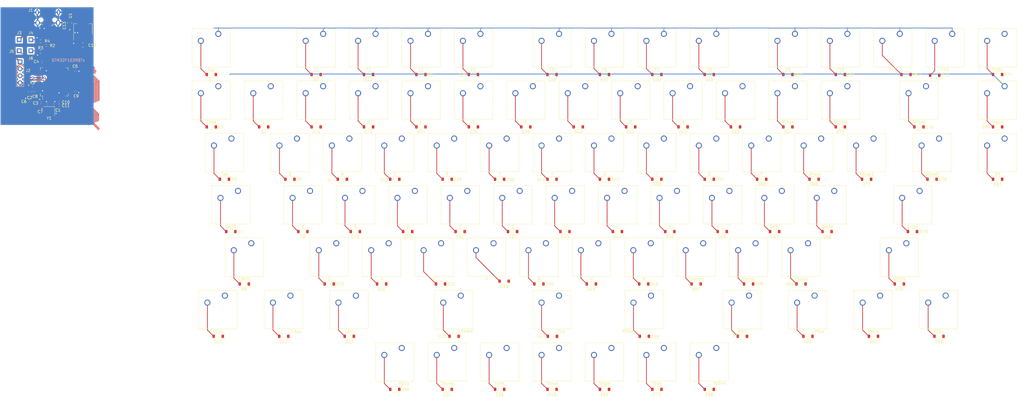
<source format=kicad_pcb>
(kicad_pcb (version 20221018) (generator pcbnew)
  (layers (0 "F.Cu" signal) (31 "B.Cu" signal) (34 "B.Paste" user) (35 "F.Paste" user) (36 "B.SilkS" user "B.Silkscreen") (37 "F.SilkS" user "F.Silkscreen") (38 "B.Mask" user) (39 "F.Mask" user) (44 "Edge.Cuts" user))
  (net 0 "")
  (net 1 "Net-(D1-A)")
  (net 2 "COLUMN8")
  (net 3 "+3.3V")
  (net 4 "Net-(D2-A)")
  (net 5 "Net-(D3-A)")
  (net 6 "Net-(D4-A)")
  (net 7 "COLUMN7")
  (net 8 "Net-(D5-A)")
  (net 9 "Net-(D6-A)")
  (net 10 "Net-(D7-A)")
  (net 11 "Net-(D8-A)")
  (net 12 "GND")
  (net 13 "COLUMN6")
  (net 14 "COLUMN10")
  (net 15 "COLUMN9")
  (net 16 "COLUMN5")
  (net 17 "COLUMN4")
  (net 18 "COLUMN3")
  (net 19 "COLUMN2")
  (net 20 "COLUMN1")
  (net 21 "/NRST")
  (net 22 "CAPS_LOCK_LED")
  (net 23 "ROW12")
  (net 24 "ROW11")
  (net 25 "ROW10")
  (net 26 "ROW9")
  (net 27 "ROW8")
  (net 28 "ROW7")
  (net 29 "ROW6")
  (net 30 "ROW5")
  (net 31 "ROW4")
  (net 32 "ROW3")
  (net 33 "Net-(D10-K)")
  (net 34 "ROW1")
  (net 35 "Net-(D9-A)")
  (net 36 "Net-(D10-A)")
  (net 37 "Net-(D11-A)")
  (net 38 "/USB_DN")
  (net 39 "/USB_DP")
  (net 40 "/SWDIO")
  (net 41 "/SWCLK")
  (net 42 "Net-(D12-A)")
  (net 43 "Net-(D13-A)")
  (net 44 "Net-(D14-A)")
  (net 45 "Net-(D15-A)")
  (net 46 "Net-(D16-A)")
  (net 47 "Net-(D17-A)")
  (net 48 "Net-(D18-A)")
  (net 49 "Net-(D19-A)")
  (net 50 "Net-(D20-A)")
  (net 51 "Net-(D21-A)")
  (net 52 "/BOOT0")
  (net 53 "Net-(D22-A)")
  (net 54 "Net-(D23-A)")
  (net 55 "Net-(D24-A)")
  (net 56 "Net-(D25-A)")
  (net 57 "Net-(D26-A)")
  (net 58 "Net-(D27-A)")
  (net 59 "Net-(D28-A)")
  (net 60 "Net-(D29-A)")
  (net 61 "Net-(D30-A)")
  (net 62 "Net-(D31-A)")
  (net 63 "Net-(D32-A)")
  (net 64 "Net-(D33-A)")
  (net 65 "VBUS")
  (net 66 "Net-(D34-A)")
  (net 67 "Net-(D35-A)")
  (net 68 "Net-(D36-A)")
  (net 69 "Net-(D37-A)")
  (net 70 "Net-(D38-A)")
  (net 71 "Net-(D39-A)")
  (net 72 "Net-(D40-A)")
  (net 73 "Net-(D41-A)")
  (net 74 "Net-(D42-A)")
  (net 75 "Net-(D43-A)")
  (net 76 "Net-(D44-A)")
  (net 77 "Net-(D45-A)")
  (net 78 "Net-(D46-A)")
  (net 79 "Net-(D47-A)")
  (net 80 "Net-(D48-A)")
  (net 81 "Net-(D49-A)")
  (net 82 "Net-(D50-A)")
  (net 83 "Net-(D51-A)")
  (net 84 "Net-(D52-A)")
  (net 85 "Net-(D53-A)")
  (net 86 "Net-(D54-A)")
  (net 87 "Net-(D55-A)")
  (net 88 "Net-(D56-A)")
  (net 89 "Net-(D57-A)")
  (net 90 "Net-(D58-A)")
  (net 91 "Net-(D59-A)")
  (net 92 "Net-(D60-A)")
  (net 93 "Net-(D61-A)")
  (net 94 "Net-(D62-A)")
  (net 95 "Net-(D63-A)")
  (net 96 "Net-(D64-A)")
  (net 97 "Net-(D65-A)")
  (net 98 "Net-(D66-A)")
  (net 99 "Net-(D67-A)")
  (net 100 "Net-(D68-A)")
  (net 101 "Net-(D69-A)")
  (net 102 "Net-(D70-A)")
  (net 103 "Net-(D71-A)")
  (net 104 "Net-(D72-A)")
  (net 105 "Net-(D73-A)")
  (net 106 "Net-(D74-A)")
  (net 107 "Net-(D75-A)")
  (net 108 "Net-(D76-A)")
  (net 109 "Net-(D77-A)")
  (net 110 "Net-(D78-A)")
  (net 111 "Net-(D79-A)")
  (net 112 "Net-(D80-A)")
  (net 113 "Net-(D81-A)")
  (net 114 "Net-(D82-A)")
  (net 115 "COLUMN11")
  (net 116 "COLUMN12")
  (net 117 "Net-(D85-A)")
  (net 118 "COLUMN13")
  (net 119 "Net-(D87-A)")
  (net 120 "COLUMN14")
  (net 121 "Net-(D96-A)")
  (net 122 "Net-(D98-A)")
  (net 123 "Net-(J4-Pin_1)")
  (net 124 "Net-(J6-Pin_1)")
  (net 145 "/RCC_OSC_IN")
  (net 146 "/RCC_OSC_OUT")
  (footprint "Button_Switch_Keyboard:SW_Cherry_MX_1.00u_PCB" (layer "F.Cu") (at 247.64 124.92)
    (fp_text reference "sw39" hide)
    (fp_text value "6")
  )
  (footprint "Button_Switch_Keyboard:SW_Cherry_MX_1.00u_PCB" (layer "F.Cu") (at 323.84 124.92)
    (fp_text reference "sw63" hide)
    (fp_text value "0")
  )
  (footprint "Button_Switch_Keyboard:SW_Cherry_MX_1.00u_PCB" (layer "F.Cu") (at 361.94 105.87)
    (fp_text reference "sw61" hide)
    (fp_text value "F10")
  )
  (footprint "Button_Switch_Keyboard:SW_Cherry_MX_1.00u_PCB" (layer "F.Cu") (at 419.09 105.87)
    (fp_text reference "sw74" hide)
    (fp_text value "PrtSc")
  )
  (footprint "Capacitor_SMD:C_0603_1608Metric" (layer "F.Cu") (at 64.825 126.875 90)
    (fp_text reference "C2")
    (fp_text value "10u")
  )
  (footprint "Diode_SMD:D_SOD-123" (layer "F.Cu") (at 168.881 120.672 180)
    (fp_text reference "D2")
    (fp_text value "1N4148W")
  )
  (footprint "Diode_SMD:D_SOD-123" (layer "F.Cu") (at 416.531 139.722 180)
    (fp_text reference "D85")
    (fp_text value "1N4148W")
  )
  (footprint "Diode_SMD:D_SOD-123" (layer "F.Cu") (at 385.5956 177.822 180)
    (fp_text reference "D79")
    (fp_text value "1N4148W")
  )
  (footprint "Capacitor_SMD:C_0805_2012Metric" (layer "F.Cu") (at 79.375 101.85 -90)
    (fp_text reference "C13")
    (fp_text value "22u")
  )
  (footprint "Button_Switch_Keyboard:SW_Cherry_MX_1.00u_PCB" (layer "F.Cu") (at 352.415 143.97)
    (fp_text reference "sw66" hide)
    (fp_text value "LBrack")
  )
  (footprint "Diode_SMD:D_SOD-123" (layer "F.Cu") (at 345.0935 196.872 180)
    (fp_text reference "D69")
    (fp_text value "1N4148W")
  )
  (footprint "Connector_PinHeader_2.54mm:PinHeader_1x01_P2.54mm_Vertical" (layer "F.Cu") (at 60.975 108)
    (fp_text reference "J3")
    (fp_text value "pwr_led+")
  )
  (footprint "Button_Switch_Keyboard:SW_Cherry_MX_1.00u_PCB" (layer "F.Cu") (at 171.44 124.92)
    (fp_text reference "sw15" hide)
    (fp_text value "2")
  )
  (footprint "Capacitor_SMD:C_0402_1005Metric" (layer "F.Cu") (at 75.45 131.925 180)
    (fp_text reference "C11")
    (fp_text value "1u")
  )
  (footprint "Button_Switch_Keyboard:SW_Cherry_MX_1.00u_PCB" (layer "F.Cu") (at 271.4525 182.07)
    (fp_text reference "sw45" hide)
    (fp_text value "N")
  )
  (footprint "Capacitor_SMD:C_0402_1005Metric" (layer "F.Cu") (at 71.325 131.525 180)
    (fp_text reference "C7")
    (fp_text value "10p")
  )
  (footprint "Button_Switch_Keyboard:SW_Cherry_MX_1.00u_PCB" (layer "F.Cu") (at 176.2025 182.07)
    (fp_text reference "sw10" hide)
    (fp_text value "Z")
  )
  (footprint "Button_Switch_Keyboard:SW_Cherry_MX_2.75u_PCB" (layer "F.Cu") (at 221.4465 201.12)
    (fp_text reference "sw35" hide)
    (fp_text value "LSpace")
  )
  (footprint "Diode_SMD:D_SOD-123" (layer "F.Cu") (at 137.8715 177.822 180)
    (fp_text reference "D7")
    (fp_text value "1N4148W")
  )
  (footprint "Diode_SMD:D_SOD-123" (layer "F.Cu") (at 159.356 158.772 180)
    (fp_text reference "D6")
    (fp_text value "1N4148W")
  )
  (footprint "Diode_SMD:D_SOD-123" (layer "F.Cu") (at 340.331 139.722 180)
    (fp_text reference "D64")
    (fp_text value "1N4148W")
  )
  (footprint "Button_Switch_Keyboard:SW_Cherry_MX_1.00u_PCB" (layer "F.Cu") (at 257.165 105.87)
    (fp_text reference "sw26" hide)
    (fp_text value "F5")
  )
  (footprint "Button_Switch_Keyboard:SW_Cherry_MX_1.00u_PCB" (layer "F.Cu") (at 285.74 124.92)
    (fp_text reference "sw51" hide)
    (fp_text value "8")
  )
  (footprint "Diode_SMD:D_SOD-123" (layer "F.Cu") (at 237.207 195.856 180)
    (fp_text reference "D33")
    (fp_text value "1N4148W")
  )
  (footprint "Diode_SMD:D_SOD-123" (layer "F.Cu") (at 157.112 215.922 180)
    (fp_text reference "D12")
    (fp_text value "1N4148W")
  )
  (footprint "Button_Switch_Keyboard:SW_Cherry_MX_1.00u_PCB" (layer "F.Cu") (at 233.3525 182.07)
    (fp_text reference "sw33" hide)
    (fp_text value "V")
  )
  (footprint "Button_Switch_Keyboard:SW_Cherry_MX_2.25u_PCB" (layer "F.Cu") (at 388.2081 163.02)
    (fp_text reference "sw79" hide)
    (fp_text value "Enter")
  )
  (footprint "Capacitor_SMD:C_0402_1005Metric" (layer "F.Cu") (at 73.445 131.525)
    (fp_text reference "C1")
    (fp_text value "10p")
  )
  (footprint "Button_Switch_Keyboard:SW_Cherry_MX_1.25u_PCB" (layer "F.Cu") (at 135.721 201.12)
    (fp_text reference "sw11" hide)
    (fp_text value "LCtrl")
  )
  (footprint "Diode_SMD:D_SOD-123" (layer "F.Cu") (at 383.257 120.672 180)
    (fp_text reference "D62")
    (fp_text value "1N4148W")
  )
  (footprint "Diode_SMD:D_SOD-123" (layer "F.Cu") (at 173.6435 196.872 180)
    (fp_text reference "D10")
    (fp_text value "1N4148W")
  )
  (footprint "Button_Switch_Keyboard:SW_Cherry_MX_1.25u_PCB" (layer "F.Cu") (at 183.346 201.12)
    (fp_text reference "sw23" hide)
    (fp_text value "LAlt")
  )
  (footprint "Button_Switch_Keyboard:SW_Cherry_MX_1.00u_PCB" (layer "F.Cu") (at 342.89 124.92)
    (fp_text reference "sw64" hide)
    (fp_text value "Minus")
  )
  (footprint "Button_Switch_Keyboard:SW_Cherry_MX_1.25u_PCB" (layer "F.Cu") (at 159.5335 201.12)
    (fp_text reference "sw12" hide)
    (fp_text value "LSys")
  )
  (footprint "Diode_SMD:D_SOD-123" (layer "F.Cu") (at 249.8435 196.872 180)
    (fp_text reference "D34")
    (fp_text value "1N4148W")
  )
  (footprint "Capacitor_SMD:C_0402_1005Metric" (layer "F.Cu") (at 81.425 119.4 -90)
    (fp_text reference "C5")
    (fp_text value "100n")
  )
  (footprint "Diode_SMD:D_SOD-123" (layer "F.Cu") (at 264.131 139.722 180)
    (fp_text reference "D40")
    (fp_text value "1N4148W")
  )
  (footprint "Diode_SMD:D_SOD-123" (layer "F.Cu") (at 340.331 120.672 180)
    (fp_text reference "D50")
    (fp_text value "1N4148W")
  )
  (footprint "Button_Switch_Keyboard:SW_Cherry_MX_1.00u_PCB" (layer "F.Cu") (at 238.115 220.17)
    (fp_text reference "sw36" hide)
    (fp_text value "TLeft")
  )
  (footprint "Diode_SMD:D_SOD-123" (layer "F.Cu") (at 216.506 158.772 180)
    (fp_text reference "D29")
    (fp_text value "1N4148W")
  )
  (footprint "Button_Switch_Keyboard:SW_Cherry_MX_1.00u_PCB" (layer "F.Cu") (at 304.79 124.92)
    (fp_text reference "sw52" hide)
    (fp_text value "9")
  )
  (footprint "Diode_SMD:D_SOD-123" (layer "F.Cu") (at 130.781 139.722 180)
    (fp_text reference "D3")
    (fp_text value "1N4148W")
  )
  (footprint "Button_Switch_Keyboard:SW_Cherry_MX_1.00u_PCB" (layer "F.Cu") (at 209.54 124.92)
    (fp_text reference "sw27" hide)
    (fp_text value "4")
  )
  (footprint "Package_QFP:LQFP-64_10x10mm_P0.5mm" (layer "F.Cu") (at 73.725 123.35 90)
    (fp_text reference "MCU1" hide)
    (fp_text value "STM32F103RBTx")
  )
  (footprint "Button_Switch_Keyboard:SW_Cherry_MX_1.00u_PCB" (layer "F.Cu") (at 204.7775 163.02)
    (fp_text reference "sw20" hide)
    (fp_text value "D")
  )
  (footprint "Resistor_SMD:R_0402_1005Metric" (layer "F.Cu") (at 70.825 110.075 180)
    (fp_text reference "R2")
    (fp_text value "1k5")
  )
  (footprint "Diode_SMD:D_SOD-123" (layer "F.Cu") (at 321.281 139.722 180)
    (fp_text reference "D63")
    (fp_text value "1N4148W")
  )
  (footprint "Capacitor_SMD:C_0402_1005Metric" (layer "F.Cu") (at 68.9 130.85 180)
    (fp_text reference "C3")
    (fp_text value "100n")
  )
  (footprint "Resistor_SMD:R_0402_1005Metric" (layer "F.Cu") (at 65.825 124.775)
    (fp_text reference "R1")
    (fp_text value "10k")
  )
  (footprint "Diode_SMD:D_SOD-123" (layer "F.Cu") (at 206.981 120.672 180)
    (fp_text reference "D14")
    (fp_text value "1N4148W")
  )
  (footprint "Button_Switch_Keyboard:SW_Cherry_MX_1.00u_PCB" (layer "F.Cu") (at 342.89 105.87)
    (fp_text reference "sw50" hide)
    (fp_text value "F9")
  )
  (footprint "Diode_SMD:D_SOD-123" (layer "F.Cu") (at 416.531 120.672 180)
    (fp_text reference "D74")
    (fp_text value "1N4148W")
  )
  (footprint "Diode_SMD:D_SOD-123" (layer "F.Cu") (at 192.6935 196.872 180)
    (fp_text reference "D21")
    (fp_text value "1N4148W")
  )
  (footprint "Diode_SMD:D_SOD-123" (layer "F.Cu") (at 273.656 120.672 180)
    (fp_text reference "D37")
    (fp_text value "1N4148W")
  )
  (footprint "Button_Switch_Keyboard:SW_Cherry_MX_1.00u_PCB" (layer "F.Cu") (at 400.04 105.87)
    (fp_text reference "sw73" hide)
    (fp_text value "F12")
  )
  (footprint "Button_Switch_Keyboard:SW_Cherry_MX_1.00u_PCB" (layer "F.Cu") (at 309.5525 182.07)
    (fp_text reference "sw57" hide)
    (fp_text value "Comma")
  )
  (footprint "Button_Switch_Keyboard:SW_Cherry_MX_1.00u_PCB" (layer "F.Cu") (at 200.015 220.17)
    (fp_text reference "sw96" hide)
    (fp_text value "PgUp")
  )
  (footprint "Diode_SMD:D_SOD-123" (layer "F.Cu") (at 133.2995 215.922 180)
    (fp_text reference "D11")
    (fp_text value "1N4148W")
  )
  (footprint "Button_Switch_Keyboard:SW_Cherry_MX_1.00u_PCB" (layer "F.Cu") (at 185.7275 163.02)
    (fp_text reference "sw19" hide)
    (fp_text value "S")
  )
  (footprint "Button_Switch_Keyboard:SW_Cherry_MX_1.00u_PCB" (layer "F.Cu") (at 152.39 124.92)
    (fp_text reference "sw4" hide)
    (fp_text value "1")
  )
  (footprint "Button_Switch_Keyboard:SW_Cherry_MX_1.50u_PCB" (layer "F.Cu") (at 395.278 143.97)
    (fp_text reference "sw78" hide)
    (fp_text value "BSlash")
  )
  (footprint "Diode_SMD:D_SOD-123" (layer "F.Cu") (at 254.606 120.672 180)
    (fp_text reference "D26")
    (fp_text value "1N4148W")
  )
  (footprint "Button_Switch_Keyboard:SW_Cherry_MX_1.00u_PCB" (layer "F.Cu") (at 219.065 143.97)
    (fp_text reference "sw29" hide)
    (fp_text value "R")
  )
  (footprint "Diode_SMD:D_SOD-123" (layer "F.Cu") (at 245.081 139.722 180)
    (fp_text reference "D39")
    (fp_text value "1N4148W")
  )
  (footprint "Button_Switch_Keyboard:SW_Cherry_MX_1.00u_PCB" (layer "F.Cu") (at 171.44 105.87)
    (fp_text reference "sw2" hide)
    (fp_text value "F1")
  )
  (footprint "Diode_SMD:D_SOD-123" (layer "F.Cu") (at 288.15535 215.922 180)
    (fp_text reference "D59")
    (fp_text value "1N4148W")
  )
  (footprint "Button_Switch_Keyboard:SW_Cherry_MX_1.00u_PCB" (layer "F.Cu") (at 133.34 105.87)
    (fp_text reference "sw1" hide)
    (fp_text value "Esc")
  )
  (footprint "Button_Switch_Keyboard:SW_Cherry_MX_1.00u_PCB" (layer "F.Cu") (at 357.1775 163.02)
    (fp_text reference "sw68" hide)
    (fp_text value "Quote")
  )
  (footprint "Button_Switch_Keyboard:SW_Cherry_MX_1.00u_PCB" (layer "F.Cu") (at 133.34 124.92)
    (fp_text reference "sw3" hide)
    (fp_text value "Tilda")
  )
  (footprint "Diode_SMD:D_SOD-123" (layer "F.Cu") (at 311.756 235.226 180)
    (fp_text reference "D98")
    (fp_text value "1N4148W")
  )
  (footprint "Button_Switch_Keyboard:SW_Cherry_MX_1.00u_PCB" (layer "F.Cu") (at 190.49 105.87)
    (fp_text reference "sw13" hide)
    (fp_text value "F2")
  )
  (footprint "Diode_SMD:D_SOD-123" (layer "F.Cu") (at 259.315 177.822 180)
    (fp_text reference "D43")
    (fp_text value "1N4148W")
  )
  (footprint "Diode_SMD:D_SOD-123" (layer "F.Cu") (at 287.9435 196.872 180)
    (fp_text reference "D46")
    (fp_text value "1N4148W")
  )
  (footprint "Button_Switch_Keyboard:SW_Cherry_MX_1.00u_PCB" (layer "F.Cu") (at 242.8775 163.02)
    (fp_text reference "sw32" hide)
    (fp_text value "G")
  )
  (footprint "Resistor_SMD:R_0603_1608Metric" (layer "F.Cu") (at 68.75 112.425)
    (fp_text reference "R3")
    (fp_text value "1k5")
  )
  (footprint "Capacitor_SMD:C_0402_1005Metric" (layer "F.Cu") (at 75.45 130.8 180)
    (fp_text reference "C10")
    (fp_text value "10n")
  )
  (footprint "Button_Switch_Keyboard:SW_Cherry_MX_1.00u_PCB" (layer "F.Cu") (at 166.6775 163.02)
    (fp_text reference "sw8" hide)
    (fp_text value "A")
  )
  (footprint "Diode_SMD:D_SOD-123" (layer "F.Cu") (at 168.881 139.722 180)
    (fp_text reference "D15")
    (fp_text value "1N4148W")
  )
  (footprint "Diode_SMD:D_SOD-123" (layer "F.Cu") (at 297.415 177.822 180)
    (fp_text reference "D55")
    (fp_text value "1N4148W")
  )
  (footprint "Diode_SMD:D_SOD-123" (layer "F.Cu") (at 187.931 120.672 180)
    (fp_text reference "D13")
    (fp_text value "1N4148W")
  )
  (footprint "Capacitor_SMD:C_0402_1005Metric" (layer "F.Cu") (at 64.65 130.2 180)
    (fp_text reference "C6")
    (fp_text value "100n")
  )
  (footprint "Package_TO_SOT_SMD:SOT-223-3_TabPin2" (layer "F.Cu") (at 84.15 104.125 90)
    (fp_text reference "U1")
    (fp_text value "AMS1117-3.3")
  )
  (footprint "Button_Switch_Keyboard:SW_Cherry_MX_1.00u_PCB" (layer "F.Cu") (at 295.265 143.97)
    (fp_text reference "sw53" hide)
    (fp_text value "I")
  )
  (footprint "Diode_SMD:D_SOD-123" (layer "F.Cu") (at 330.806 158.772 180)
    (fp_text reference "D65")
    (fp_text value "1N4148W")
  )
  (footprint "Diode_SMD:D_SOD-123" (layer "F.Cu") (at 214.093 196.872 180)
    (fp_text reference "D22")
    (fp_text value "1N4148W")
  )
  (footprint "Diode_SMD:D_SOD-123" (layer "F.Cu") (at 254.606 158.772 180)
    (fp_text reference "D41")
    (fp_text value "1N4148W")
  )
  (footprint "Button_Switch_Keyboard:SW_Cherry_MX_1.00u_PCB" (layer "F.Cu") (at 295.265 105.87)
    (fp_text reference "sw38" hide)
    (fp_text value "F7")
  )
  (footprint "Diode_SMD:D_SOD-123" (layer "F.Cu") (at 380.8125 196.872 180)
    (fp_text reference "D70")
    (fp_text value "1N4148W")
  )
  (footprint "Capacitor_SMD:C_0805_2012Metric" (layer "F.Cu") (at 84.1 109.925 180)
    (fp_text reference "C12")
    (fp_text value "22u")
  )
  (footprint "Button_Switch_Keyboard:SW_Cherry_MX_2.25u_PCB" (layer "F.Cu") (at 290.57685 201.12)
    (fp_text reference "sw59" hide)
    (fp_text value "RSpace")
  )
  (footprint "Button_Switch_Keyboard:SW_Cherry_MX_1.00u_PCB" (layer "F.Cu") (at 280.9775 163.02)
    (fp_text reference "sw44" hide)
    (fp_text value "J")
  )
  (footprint "Diode_SMD:D_SOD-123" (layer "F.Cu") (at 180.9245 215.922 180)
    (fp_text reference "D23")
    (fp_text value "1N4148W")
  )
  (footprint "Button_Switch_Keyboard:SW_Cherry_MX_1.00u_PCB" (layer "F.Cu") (at 347.6525 182.07)
    (fp_text reference "sw69" hide)
    (fp_text value "FSlash")
  )
  (footprint "Connector_PinHeader_2.54mm:PinHeader_1x01_P2.54mm_Vertical" (layer "F.Cu") (at 65.225 108)
    (fp_text reference "J4")
    (fp_text value "pwr_led-")
  )
  (footprint "Button_Switch_Keyboard:SW_Cherry_MX_1.00u_PCB" (layer "F.Cu") (at 161.915 143.97)
    (fp_text reference "sw6" hide)
    (fp_text value "Q")
  )
  (footprint "Button_Switch_Keyboard:SW_Cherry_MX_2.25u_PCB" (layer "F.Cu") (at 145.3206 182.07)
    (fp_text reference "sw9" hide)
    (fp_text value "LShift")
  )
  (footprint "Diode_SMD:D_SOD-123" (layer "F.Cu") (at 202.165 177.822 180)
    (fp_text reference "D20")
    (fp_text value "1N4148W")
  )
  (footprint "Diode_SMD:D_SOD-123" (layer "F.Cu") (at 387.956 139.722 180)
    (fp_text reference "D76")
    (fp_text value "1N4148W")
  )
  (footprint "Diode_SMD:D_SOD-123" (layer "F.Cu") (at 226.031 120.672 180)
    (fp_text reference "D25")
    (fp_text value "1N4148W")
  )
  (footprint "Diode_SMD:D_SOD-123" (layer "F.Cu") (at 130.781 120.672 180)
    (fp_text reference "D1")
    (fp_text value "1N4148W")
  )
  (footprint "Button_Switch_Keyboard:SW_Cherry_MX_1.00u_PCB" (layer "F.Cu") (at 276.215 105.87)
    (fp_text reference "sw37" hide)
    (fp_text value "F6")
  )
  (footprint "Button_Switch_Keyboard:SW_Cherry_MX_1.00u_PCB" (layer "F.Cu") (at 209.54 105.87)
    (fp_text reference "sw14" hide)
    (fp_text value "F3")
  )
  (footprint "Diode_SMD:D_SOD-123" (layer "F.Cu") (at 326.0435 196.872 180)
    (fp_text reference "D58")
    (fp_text value "1N4148W")
  )
  (footprint "Button_Switch_Keyboard:SW_Cherry_MX_1.00u_PCB" (layer "F.Cu") (at 228.59 124.92)
    (fp_text reference "sw28" hide)
    (fp_text value "5")
  )
  (footprint "Diode_SMD:D_SOD-123" (layer "F.Cu") (at 359.381 139.722 180)
    (fp_text reference "D75")
    (fp_text value "1N4148W")
  )
  (footprint "Diode_SMD:D_SOD-123" (layer "F.Cu") (at 178.406 158.772 180)
    (fp_text reference "D17")
    (fp_text value "1N4148W")
  )
  (footprint "Button_Switch_Keyboard:SW_Cherry_MX_1.00u_PCB" (layer "F.Cu") (at 333.365 143.97)
    (fp_text reference "sw65" hide)
    (fp_text value "P")
  )
  (footprint "Diode_SMD:D_SOD-123" (layer "F.Cu") (at 221.215 177.822 180)
    (fp_text reference "D31")
    (fp_text value "1N4148W")
  )
  (footprint "Button_Switch_Keyboard:SW_Cherry_MX_1.25u_PCB" (layer "F.Cu") (at 326.221 201.12)
    (fp_text reference "sw71" hide)
    (fp_text value "RAlt")
  )
  (footprint "Button_Switch_Keyboard:SW_Cherry_MX_1.00u_PCB" (layer "F.Cu") (at 371.465 143.97)
    (fp_text reference "sw77" hide)
    (fp_text value "RBrack")
  )
  (footprint "Diode_SMD:D_SOD-123" (layer "F.Cu") (at 149.831 139.722 180)
    (fp_text reference "D4")
    (fp_text value "1N4148W")
  )
  (footprint "Diode_SMD:D_SOD-123" (layer "F.Cu") (at 311.756 158.772 180)
    (fp_text reference "D54")
    (fp_text value "1N4148W")
  )
  (footprint "Button_Switch_Keyboard:SW_Cherry_MX_1.00u_PCB" (layer "F.Cu") (at 252.4025 182.07)
    (fp_text reference "sw34" hide)
    (fp_text value "B")
  )
  (footprint "Diode_SMD:D_SOD-123" (layer "F.Cu") (at 183.115 177.822 180)
    (fp_text reference "D19")
    (fp_text value "1N4148W")
  )
  (footprint "Button_Switch_Keyboard:SW_Cherry_MX_1.00u_PCB" (layer "F.Cu") (at 314.315 220.17)
    (fp_text reference "sw98" hide)
    (fp_text value "PgDwn")
  )
  (footprint "Button_Switch_Keyboard:SW_Cherry_MX_1.00u_PCB" (layer "F.Cu") (at 261.9275 163.02)
    (fp_text reference "sw43" hide)
    (fp_text value "H")
  )
  (footprint "Button_Switch_Keyboard:SW_Cherry_MX_1.00u_PCB" (layer "F.Cu") (at 338.1275 163.02)
    (fp_text reference "sw67" hide)
    (fp_text value "Semi")
  )
  (footprint "Crystal:Crystal_SMD_3225-4Pin_3.2x2.5mm" (layer "F.Cu") (at 71.85 133.975 180)
    (fp_text reference "Y1")
    (fp_text value "16MGz")
  )
  (footprint "Connector_PinHeader_2.54mm:PinHeader_1x04_P2.54mm_Vertical" (layer "F.Cu") (at 61.3 116.05)
    (fp_text reference "J2")
    (fp_text value "SWD")
  )
  (footprint "Connector_USB:USB_Micro-B_Wuerth_629105150521" (layer "F.Cu") (at 71.4 100 180)
    (fp_text reference "J1")
    (fp_text value "USB_B_Micro")
  )
  (footprint "Diode_SMD:D_SOD-123" (layer "F.Cu") (at 347.612 215.922 180)
    (fp_text reference "D81")
    (fp_text value "1N4148W")
  )
  (footprint "Button_Switch_Keyboard:SW_Cherry_MX_1.00u_PCB" (layer "F.Cu") (at 219.065 220.17)
    (fp_text reference "sw24" hide)
    (fp_text value "THome")
  )
  (footprint "Button_Switch_Keyboard:SW_Cherry_MX_1.00u_PCB" (layer "F.Cu") (at 257.165 201.12)
    (fp_text reference "sw47" hide)
    (fp_text value "TUp")
  )
  (footprint "Diode_SMD:D_SOD-123" (layer "F.Cu") (at 354.565 177.822 180)
    (fp_text reference "D68")
    (fp_text value "1N4148W")
  )
  (footprint "Diode_SMD:D_SOD-123" (layer "F.Cu") (at 216.5275 235.226 180)
    (fp_text reference "D24")
    (fp_text value "1N4148W")
  )
  (footprint "Diode_SMD:D_SOD-123" (layer "F.Cu") (at 393.671 120.926 180)
    (fp_text reference "D73")
    (fp_text value "1N4148W")
  )
  (footprint "Diode_SMD:D_SOD-123" (layer "F.Cu") (at 219.025 215.922 180)
    (fp_text reference "D35")
    (fp_text value "1N4148W")
  )
  (footprint "Button_Switch_Keyboard:SW_Cherry_MX_1.00u_PCB" (layer "F.Cu") (at 314.315 105.87)
    (fp_text reference "sw49" hide)
    (fp_text value "F8")
  )
  (footprint "Diode_SMD:D_SOD-123" (layer "F.Cu") (at 368.906 158.772 180)
    (fp_text reference "D77")
    (fp_text value "1N4148W")
  )
  (footprint "Button_Switch_Keyboard:SW_Cherry_MX_1.00u_PCB" (layer "F.Cu") (at 319.0775 163.02)
    (fp_text reference "sw56" hide)
    (fp_text value "L")
  )
  (footprint "Diode_SMD:D_SOD-123" (layer "F.Cu") (at 226.031 139.722 180)
    (fp_text reference "D28")
    (fp_text value "1N4148W")
  )
  (footprint "Capacitor_SMD:C_0402_1005Metric" (layer "F.Cu") (at 69.342 115.9764)
    (fp_text reference "C4")
    (fp_text value "100n")
  )
  (footprint "Capacitor_SMD:C_0402_1005Metric" (layer "F.Cu") (at 66.225 126.85 90)
    (fp_text reference "C8")
    (fp_text value "100n")
  )
  (footprint "Diode_SMD:D_SOD-123" (layer "F.Cu") (at 392.719 158.772 180)
    (fp_text reference "D78")
    (fp_text value "1N4148W")
  )
  (footprint "Diode_SMD:D_SOD-123" (layer "F.Cu") (at 164.065 177.822 180)
    (fp_text reference "D8")
    (fp_text value "1N4148W")
  )
  (footprint "Button_Switch_Keyboard:SW_Cherry_MX_2.75u_PCB" (layer "F.Cu") (at 383.3715 182.07)
    (fp_text reference "sw70" hide)
    (fp_text value "RShift")
  )
  (footprint "Diode_SMD:D_SOD-123" (layer "F.Cu") (at 254.6275 235.226 180)
    (fp_text reference "D48")
    (fp_text value "1N4148W")
  )
  (footprint "Diode_SMD:D_SOD-123" (layer "F.Cu") (at 273.656 158.772 180)
    (fp_text reference "D42")
    (fp_text value "1N4148W")
  )
  (footprint "Button_Switch_Keyboard:SW_Cherry_MX_2.00u_PCB" (layer "F.Cu") (at 390.515 124.92)
    (fp_text reference "sw76" hide)
    (fp_text value "BcSpc")
  )
  (footprint "Diode_SMD:D_SOD-123" (layer "F.Cu") (at 306.9935 196.872 180)
    (fp_text reference "D57")
    (fp_text value "1N4148W")
  )
  (footprint "Diode_SMD:D_SOD-123" (layer "F.Cu") (at 254.7435 215.922 180)
    (fp_text reference "D47")
    (fp_text value "1N4148W")
  )
  (footprint "Diode_SMD:D_SOD-123" (layer "F.Cu") (at 283.181 139.722 180)
    (fp_text reference "D51")
    (fp_text value "1N4148W")
  )
  (footprint "Diode_SMD:D_SOD-123" (layer "F.Cu") (at 292.706 158.772 180)
    (fp_text reference "D53")
    (fp_text value "1N4148W")
  )
  (footprint "Button_Switch_Keyboard:SW_Cherry_MX_1.00u_PCB" (layer "F.Cu") (at 295.265 220.17)
    (fp_text reference "sw72" hide)
    (fp_text value "TEnd")
  )
  (footprint "Button_Switch_Keyboard:SW_Cherry_MX_1.00u_PCB" (layer "F.Cu") (at 257.165 220.17)
    (fp_text reference "sw48" hide)
    (fp_text value "TDown")
  )
  (footprint "Diode_SMD:D_SOD-123" (layer "F.Cu") (at 235.556 158.772 180)
    (fp_text reference "D30")
    (fp_text value "1N4148W")
  )
  (footprint "Button_Switch_Keyboard:SW_Cherry_MX_1.00u_PCB" (layer "F.Cu") (at 419.09 124.92)
    (fp_text reference "sw85" hide)
    (fp_text value "Insert")
  )
  (footprint "Button_Switch_Keyboard:SW_Cherry_MX_1.25u_PCB" (layer "F.Cu") (at 350.0335 201.12)
    (fp_text reference "sw81" hide)
    (fp_text value "RSys")
  )
  (footprint "Resistor_SMD:R_0603_1608Metric" (layer "F.Cu") (at 68.75 108.575)
    (fp_text reference "R4")
    (fp_text value "1k5")
  )
  (footprint "Button_Switch_Keyboard:SW_Cherry_MX_1.50u_PCB" (layer "F.Cu") (at 138.103 143.97)
    (fp_text reference "sw5" hide)
    (fp_text value "Tab")
  )
  (footprint "Button_Switch_Keyboard:SW_Cherry_MX_1.00u_PCB" (layer "F.Cu") (at 300.0275 163.02)
    (fp_text reference "sw55" hide)
    (fp_text value "K")
  )
  (footprint "Diode_SMD:D_SOD-123" (layer "F.Cu") (at 135.544 158.772 180)
    (fp_text reference "D5")
    (fp_text value "1N4148W")
  )
  (footprint "Button_Switch_Keyboard:SW_Cherry_MX_1.00u_PCB" (layer "F.Cu") (at 257.165 143.97)
    (fp_text reference "sw41" hide)
    (fp_text value "Y")
  )
  (footprint "Button_Switch_Keyboard:SW_Cherry_MX_1.00u_PCB" (layer "F.Cu") (at 361.94 124.92)
    (fp_text reference "sw75" hide)
    (fp_text value "Equals")
  )
  (footprint "Diode_SMD:D_SOD-123" (layer "F.Cu") (at 278.365 177.822 180)
    (fp_text reference "D44")
    (fp_text value "1N4148W")
  )
  (footprint "Diode_SMD:D_SOD-123" (layer "F.Cu") (at 302.231 139.722 180)
    (fp_text reference "D52")
    (fp_text value "1N4148W")
  )
  (footprint "Diode_SMD:D_SOD-123" (layer "F.Cu") (at 349.856 158.772 180)
    (fp_text reference "D66")
    (fp_text value "1N4148W")
  )
  (footprint "Capacitor_SMD:C_0402_1005Metric" (layer "F.Cu") (at 81.35 126.78 -90)
    (fp_text reference "C9")
    (fp_text value "100n")
  )
  (footprint "Diode_SMD:D_SOD-123" (layer "F.Cu") (at 292.7275 235.226 180)
    (fp_text reference "D72")
    (fp_text value "1N4148W")
  )
  (footprint "Diode_SMD:D_SOD-123" (layer "F.Cu") (at 187.931 139.722 180)
    (fp_text reference "D16")
    (fp_text value "1N4148W")
  )
  (footprint "Diode_SMD:D_SOD-123" (layer "F.Cu") (at 142.7616 196.872 180)
    (fp_text reference "D9")
    (fp_text value "1N4148W")
  )
  (footprint "Button_Switch_Keyboard:SW_Cherry_MX_1.00u_PCB" (layer "F.Cu") (at 266.69 124.92)
    (fp_text reference "sw40" hide)
    (fp_text value "7")
  )
  (footprint "Diode_SMD:D_SOD-123" (layer "F.Cu") (at 335.515 177.822 180)
    (fp_text reference "D67")
    (fp_text value "1N4148W")
  )
  (footprint "Diode_SMD:D_SOD-123" (layer "F.Cu") (at 416.531 158.772 180)
    (fp_text reference "D87")
    (fp_text value "1N4148W")
  )
  (footprint "Diode_SMD:D_SOD-123" (layer "F.Cu") (at 371.4245 215.922 180)
    (fp_text reference "D82")
    (fp_text value "1N4148W")
  )
  (footprint "Diode_SMD:D_SOD-123" (layer "F.Cu") (at 395.236999 215.922 180)
    (fp_text reference "D80")
    (fp_text value "1N4148W")
  )
  (footprint "Button_Switch_Keyboard:SW_Cherry_MX_1.00u_PCB" (layer "F.Cu") (at 223.8275 163.02)
    (fp_text reference "sw31" hide)
    (fp_text value "F")
  )
  (footprint "Button_Switch_Keyboard:SW_Cherry_MX_1.25u_PCB" (layer "F.Cu") (at 373.846 201.12)
    (fp_text reference "sw82" hide)
    (fp_text value "Menu")
  )
  (footprint "Diode_SMD:D_SOD-123" (layer "F.Cu") (at 323.7995 215.922 180)
    (fp_text reference "D71")
    (fp_text value "1N4148W")
  )
  (footprint "Button_Switch_Keyboard:SW_Cherry_MX_1.00u_PCB" (layer "F.Cu") (at 419.09 143.97)
    (fp_text reference "sw87" hide)
    (fp_text value "Dlt")
  )
  (footprint "Button_Switch_Keyboard:SW_Cherry_MX_1.00u_PCB" (layer "F.Cu") (at 276.215 220.17)
    (fp_text reference "sw60" hide)
    (fp_text value "TRight")
  )
  (footprint "Button_Switch_Keyboard:SW_Cherry_MX_1.00u_PCB" (layer "F.Cu") (at 328.6025 182.07)
    (fp_text reference "sw58" hide)
    (fp_text value "Period")
  )
  (footprint "Button_Switch_Keyboard:SW_Cherry_MX_1.25u_PCB" (layer "F.Cu") (at 397.658499 201.12)
    (fp_text reference "sw80" hide)
    (fp_text value "RCtrl")
  )
  (footprint "Diode_SMD:D_SOD-123" (layer "F.Cu") (at 311.756 120.672 180)
    (fp_text reference "D49")
    (fp_text value "1N4148W")
  )
  (footprint "Diode_SMD:D_SOD-123" (layer "F.Cu") (at 197.456 158.772 180)
    (fp_text reference "D18")
    (fp_text value "1N4148W")
  )
  (footprint "Diode_SMD:D_SOD-123" (layer "F.Cu") (at 268.8935 196.872 180)
    (fp_text reference "D45")
    (fp_text value "1N4148W")
  )
  (footprint "Diode_SMD:D_SOD-123" (layer "F.Cu") (at 359.381 120.672 180)
    (fp_text reference "D61")
    (fp_text value "1N4148W")
  )
  (footprint "Button_Switch_Keyboard:SW_Cherry_MX_1.00u_PCB" (layer "F.Cu") (at 190.49 124.92)
    (fp_text reference "sw16" hide)
    (fp_text value "3")
  )
  (footprint "Button_Switch_Keyboard:SW_Cherry_MX_1.00u_PCB" (layer "F.Cu") (at 228.59 105.87)
    (fp_text reference "sw25" hide)
    (fp_text value "F4")
  )
  (footprint "Button_Switch_Keyboard:SW_Cherry_MX_1.00u_PCB" (layer "F.Cu") (at 290.5025 182.07)
    (fp_text reference "sw46" hide)
    (fp_text value "M")
  )
  (footprint "Diode_SMD:D_SOD-123" (layer "F.Cu") (at 316.465 177.822 180)
    (fp_text reference "D56")
    (fp_text value "1N4148W")
  )
  (footprint "Button_Switch_Keyboard:SW_Cherry_MX_1.00u_PCB" (layer "F.Cu") (at 380.99 105.87)
    (fp_text reference "sw62" hide)
    (fp_text value "F11")
  )
  (footprint "Button_Switch_Keyboard:SW_Cherry_MX_1.00u_PCB" (layer "F.Cu") (at 238.115 143.97)
    (fp_text reference "sw30" hide)
    (fp_text value "T")
  )
  (footprint "Button_Switch_Keyboard:SW_Cherry_MX_1.75u_PCB" (layer "F.Cu") (at 140.484 163.02)
    (fp_text reference "sw7" hide)
    (fp_text value "CAPS")
  )
  (footprint "Diode_SMD:D_SOD-123" (layer "F.Cu") (at 206.981 139.722 180)
    (fp_text reference "D27")
    (fp_text value "1N4148W")
  )
  (footprint "Button_Switch_Keyboard:SW_Cherry_MX_1.00u_PCB" (layer "F.Cu") (at 214.3025 182.07)
    (fp_text reference "sw22" hide)
    (fp_text value "C")
  )
  (footprint "Button_Switch_Keyboard:SW_Cherry_MX_1.00u_PCB" (layer "F.Cu") (at 276.215 143.97)
    (fp_text reference "sw42" hide)
    (fp_text value "U")
  )
  (footprint "Diode_SMD:D_SOD-123" (layer "F.Cu") (at 197.456 235.226 180)
    (fp_text reference "D96")
    (fp_text value "1N4148W")
  )
  (footprint "Button_Switch_Keyboard:SW_Cherry_MX_1.00u_PCB" (layer "F.Cu") (at 195.2525 182.07)
    (fp_text reference "sw21" hide)
    (fp_text value "X")
  )
  (footprint "Button_Switch_Keyboard:SW_Cherry_MX_1.00u_PCB" (layer "F.Cu") (at 180.965 143.97)
    (fp_text reference "sw17" hide)
    (fp_text value "W")
  )
  (footprint "Diode_SMD:D_SOD-123" (layer "F.Cu") (at 273.6775 235.226 180)
    (fp_text reference "D60")
    (fp_text value "1N4148W")
  )
  (footprint "Connector_PinHeader_2.54mm:PinHeader_1x01_P2.54mm_Vertical" (layer "F.Cu") (at 65.2 112.025)
    (fp_text reference "J6")
    (fp_text value "caps_led-")
  )
  (footprint "Connector_PinHeader_2.54mm:PinHeader_1x01_P2.54mm_Vertical" (layer "F.Cu") (at 60.97 112.025)
    (fp_text reference "J5")
    (fp_text value "caps_led+")
  )
  (footprint "Diode_SMD:D_SOD-123" (layer "F.Cu") (at 235.5775 235.226 180)
    (fp_text reference "D36")
    (fp_text value "1N4148W")
  )
  (footprint "Button_Switch_Keyboard:SW_Cherry_MX_1.00u_PCB" (layer "F.Cu") (at 314.315 143.97)
    (fp_text reference "sw54" hide)
    (fp_text value "O")
  )
  (footprint "Diode_SMD:D_SOD-123" (layer "F.Cu") (at 240.265 177.822 180)
    (fp_text reference "D32")
    (fp_text value "1N4148W")
  )
  (footprint "Button_Switch_Keyboard:SW_Cherry_MX_1.00u_PCB" (layer "F.Cu") (at 200.015 143.97)
    (fp_text reference "sw18" hide)
    (fp_text value "E")
  )
  (footprint "Diode_SMD:D_SOD-123" (layer "F.Cu") (at 292.706 120.672 180)
    (fp_text reference "D38")
    (fp_text value "1N4148W")
  )
  (segment (start 126.99 118.531) (end 129.131 120.672) (width 0.25) (layer "F.Cu") (net 1))
  (segment (start 126.99 108.41) (end 126.99 118.531) (width 0.25) (layer "F.Cu") (net 1))
  (segment (start 87.3 131.254772) (end 87.3 124.359188) (width 0.25) (layer "F.Cu") (net 2))
  (segment (start 85.040812 122.1) (end 79.4 122.1) (width 0.25) (layer "F.Cu") (net 2))
  (segment (start 87.3 124.359188) (end 85.040812 122.1) (width 0.25) (layer "F.Cu") (net 2))
  (segment (start 80.955 118.92) (end 81.425 118.92) (width 0.3) (layer "F.Cu") (net 3))
  (segment (start 64.425 122.65) (end 64.475 122.6) (width 0.5) (layer "F.Cu") (net 3))
  (segment (start 63.075 105.9) (end 63.075 109.6) (width 0.5) (layer "F.Cu") (net 3))
  (segment (start 66.27 127.375) (end 66.225 127.33) (width 0.3) (layer "F.Cu") (net 3))
  (segment (start 66.9 127.375) (end 66.27 127.375) (width 0.3) (layer "F.Cu") (net 3))
  (segment (start 68.862 116.487) (end 68.862 115.9764) (width 0.3) (layer "F.Cu") (net 3))
  (segment (start 59.5 124.825) (end 62.325 127.65) (width 0.5) (layer "F.Cu") (net 3))
  (segment (start 59.5 114.325) (end 61.225 116.05) (width 0.5) (layer "F.Cu") (net 3))
  (segment (start 69.4245 122.536623) (end 69.4245 122.537123) (width 0.3) (layer "F.Cu") (net 3))
  (segment (start 77.775 100.9) (end 79.375 100.9) (width 0.5) (layer "F.Cu") (net 3))
  (segment (start 60.575 109.6) (end 59.5 110.675) (width 0.5) (layer "F.Cu") (net 3))
  (segment (start 66.075 99.6) (end 63.075 102.6) (width 0.5) (layer "F.Cu") (net 3))
  (segment (start 69.38 131.570614) (end 69.38 130.85) (width 0.5) (layer "F.Cu") (net 3))
  (segment (start 64.825 127.65) (end 65.905 127.65) (width 0.5) (layer "F.Cu") (net 3))
  (segment (start 79.4 119.6) (end 77.925 119.6) (width 0.3) (layer "F.Cu") (net 3))
  (segment (start 63.075 109.6) (end 60.575 109.6) (width 0.5) (layer "F.Cu") (net 3))
  (segment (start 73.487377 126.6) (end 75.785661 126.6) (width 0.3) (layer "F.Cu") (net 3))
  (segment (start 63.55 110.075) (end 63.075 109.6) (width 0.25) (layer "F.Cu") (net 3))
  (segment (start 75.93 131.895) (end 75.96 131.925) (width 0.3) (layer "F.Cu") (net 3))
  (segment (start 69.975 129.8) (end 69.975 129.025) (width 0.3) (layer "F.Cu") (net 3))
  (segment (start 61.225 116.05) (end 61.3 116.05) (width 0.5) (layer "F.Cu") (net 3))
  (segment (start 75.93 130.8) (end 75.93 131.895) (width 0.3) (layer "F.Cu") (net 3))
  (segment (start 80.275 119.6) (end 80.955 118.92) (width 0.3) (layer "F.Cu") (net 3))
  (segment (start 68.800614 132.15) (end 69.38 131.570614) (width 0.5) (layer "F.Cu") (net 3))
  (segment (start 63.075 102.6) (end 63.075 105.9) (width 0.5) (layer "F.Cu") (net 3))
  (segment (start 62.325 130.5) (end 63.975 132.15) (width 0.5) (layer "F.Cu") (net 3))
  (segment (start 63.975 132.15) (end 68.800614 132.15) (width 0.5) (layer "F.Cu") (net 3))
  (segment (start 76.75 126.1) (end 76.01783 126.83217) (width 0.3) (layer "F.Cu") (net 3))
  (segment (start 79.4 119.6) (end 80.275 119.6) (width 0.3) (layer "F.Cu") (net 3))
  (segment (start 81.15 126.1) (end 81.35 126.3) (width 0.3) (layer "F.Cu") (net 3))
  (segment (start 62.325 127.65) (end 62.325 126.617685) (width 0.5) (layer "F.Cu") (net 3))
  (segment (start 62.325 126.617685) (end 63.575 125.367685) (width 0.5) (layer "F.Cu") (net 3))
  (segment (start 75.975 130.73) (end 75.93 130.775) (width 0.3) (layer "F.Cu") (net 3))
  (segment (start 63.575 124.75) (end 63.575 123.5) (width 0.5) (layer "F.Cu") (net 3))
  (segment (start 75.785661 126.6) (end 76.01783 126.83217) (width 0.3) (layer "F.Cu") (net 3))
  (segment (start 70.315 110.075) (end 63.55 110.075) (width 0.25) (layer "F.Cu") (net 3))
  (segment (start 76.225 127.039339) (end 76.01783 126.83217) (width 0.3) (layer "F.Cu") (net 3))
  (segment (start 79.4 126.1) (end 81.15 126.1) (width 0.3) (layer "F.Cu") (net 3))
  (segment (start 63.075 105.9) (end 60.975 108) (width 0.5) (layer "F.Cu") (net 3))
  (segment (start 63.575 123.5) (end 64.425 122.65) (width 0.5) (layer "F.Cu") (net 3))
  (segment (start 77.425 120.1) (end 69.975 120.1) (width 0.3) (layer "F.Cu") (net 3))
  (segment (start 69.38 130.395) (end 69.975 129.8) (width 0.3) (layer "F.Cu") (net 3))
  (segment (start 75.975 129.025) (end 75.975 130.755) (width 0.3) (layer "F.Cu") (net 3))
  (segment (start 62.325 127.65) (end 62.325 130.5) (width 0.5) (layer "F.Cu") (net 3))
  (segment (start 69.215 116.84) (end 68.862 116.487) (width 0.3) (layer "F.Cu") (net 3))
  (segment (start 76.225 127.898959) (end 76.225 127.039339) (width 0.3) (layer "F.Cu") (net 3))
  (segment (start 79.4 126.1) (end 76.75 126.1) (width 0.3) (layer "F.Cu") (net 3))
  (segment (start 59.5 114.325) (end 59.5 124.825) (width 0.5) (layer "F.Cu") (net 3))
  (segment (start 69.38 130.85) (end 69.38 130.395) (width 0.3) (layer "F.Cu") (net 3))
  (segment (start 69.975 120.1) (end 69.975 117.675) (width 0.3) (layer "F.Cu") (net 3))
  (segment (start 64.475 122.6) (end 66.425 122.6) (width 0.5) (layer "F.Cu") (net 3))
  (segment (start 69.4245 122.537123) (end 73.487377 126.6) (width 0.3) (layer "F.Cu") (net 3))
  (segment (start 84.15 107.275) (end 84.15 100.975) (width 0.5) (layer "F.Cu") (net 3))
  (segment (start 77.925 119.6) (end 77.425 120.1) (width 0.3) (layer "F.Cu") (net 3))
  (segment (start 68.05 127.1) (end 67.175 127.1) (width 0.3) (layer "F.Cu") (net 3))
  (segment (start 62.325 127.65) (end 64.825 127.65) (width 0.5) (layer "F.Cu") (net 3))
  (segment (start 75.975 130.755) (end 75.93 130.8) (width 0.3) (layer "F.Cu") (net 3))
  (segment (start 69.975 117.675) (end 69.975 116.9904) (width 0.3) (layer "F.Cu") (net 3))
  (segment (start 69.8246 116.84) (end 69.215 116.84) (width 0.3) (layer "F.Cu") (net 3))
  (segment (start 76.475 99.6) (end 77.775 100.9) (width 0.5) (layer "F.Cu") (net 3))
  (segment (start 75.975 129.025) (end 75.975 128.148959) (width 0.3) (layer "F.Cu") (net 3))
  (segment (start 75.975 128.148959) (end 76.225 127.898959) (width 0.3) (layer "F.Cu") (net 3))
  (segment (start 59.5 110.675) (end 59.5 114.325) (width 0.5) (layer "F.Cu") (net 3))
  (segment (start 63.575 125.367685) (end 63.575 124.75) (width 0.5) (layer "F.Cu") (net 3))
  (segment (start 69.4245 122.536623) (end 69.4245 120.6505) (width 0.3) (layer "F.Cu") (net 3))
  (segment (start 76.475 99.6) (end 66.075 99.6) (width 0.5) (layer "F.Cu") (net 3))
  (segment (start 67.175 127.1) (end 66.9 127.375) (width 0.3) (layer "F.Cu") (net 3))
  (segment (start 65.905 127.65) (end 66.225 127.33) (width 0.5) (layer "F.Cu") (net 3))
  (segment (start 69.975 116.9904) (end 69.8246 116.84) (width 0.3) (layer "F.Cu") (net 3))
  (segment (start 79.375 100.9) (end 84.075 100.9) (width 0.5) (layer "F.Cu") (net 3))
  (segment (start 69.4245 120.6505) (end 69.975 120.1) (width 0.3) (layer "F.Cu") (net 3))
  (via (at 66.425 122.6) (size 0.8) (drill 0.4) (layers "F.Cu" "B.Cu") (net 3))
  (via (at 69.4245 122.536623) (size 0.8) (drill 0.4) (layers "F.Cu" "B.Cu") (net 3))
  (segment (start 69.361123 122.6) (end 66.425 122.6) (width 0.5) (layer "B.Cu") (net 3))
  (segment (start 69.4245 122.536623) (end 69.361123 122.6) (width 0.5) (layer "B.Cu") (net 3))
  (segment (start 165.09 108.41) (end 165.09 118.531) (width 0.25) (layer "F.Cu") (net 4))
  (segment (start 165.09 118.531) (end 167.231 120.672) (width 0.25) (layer "F.Cu") (net 4))
  (segment (start 126.99 137.581) (end 129.131 139.722) (width 0.25) (layer "F.Cu") (net 5))
  (segment (start 126.99 127.46) (end 126.99 137.581) (width 0.25) (layer "F.Cu") (net 5))
  (segment (start 146.04 137.581) (end 148.181 139.722) (width 0.25) (layer "F.Cu") (net 6))
  (segment (start 146.04 127.46) (end 146.04 137.581) (width 0.25) (layer "F.Cu") (net 6))
  (segment (start 87.75 131.068376) (end 87.75 124.172792) (width 0.25) (layer "F.Cu") (net 7))
  (segment (start 85.177208 121.6) (end 79.4 121.6) (width 0.25) (layer "F.Cu") (net 7))
  (segment (start 87.75 124.172792) (end 85.177208 121.6) (width 0.25) (layer "F.Cu") (net 7))
  (segment (start 131.753 156.631) (end 133.894 158.772) (width 0.25) (layer "F.Cu") (net 8))
  (segment (start 131.753 146.51) (end 131.753 156.631) (width 0.25) (layer "F.Cu") (net 8))
  (segment (start 155.565 146.51) (end 155.565 156.631) (width 0.25) (layer "F.Cu") (net 9))
  (segment (start 155.565 156.631) (end 157.706 158.772) (width 0.25) (layer "F.Cu") (net 9))
  (segment (start 134.134 165.56) (end 134.134 175.7345) (width 0.25) (layer "F.Cu") (net 10))
  (segment (start 134.134 175.7345) (end 136.2215 177.822) (width 0.25) (layer "F.Cu") (net 10))
  (segment (start 160.3275 175.7345) (end 162.415 177.822) (width 0.25) (layer "F.Cu") (net 11))
  (segment (start 160.3275 165.56) (end 160.3275 175.7345) (width 0.25) (layer "F.Cu") (net 11))
  (segment (start 72.95 134.825) (end 74.4 134.825) (width 0.3) (layer "F.Cu") (net 12))
  (segment (start 69.575 112.425) (end 68.375 113.625) (width 0.25) (layer "F.Cu") (net 12))
  (segment (start 81.85 105.8) (end 82.2 105.45) (width 0.5) (layer "F.Cu") (net 12))
  (segment (start 64.17 130.2) (end 63.31 129.34) (width 0.3) (layer "F.Cu") (net 12))
  (segment (start 70.475 116.6294) (end 69.822 115.9764) (width 0.3) (layer "F.Cu") (net 12))
  (segment (start 81.85 106.025) (end 81.275 105.45) (width 0.5) (layer "F.Cu") (net 12))
  (segment (start 68.375 113.625) (end 67.65 113.625) (width 0.25) (layer "F.Cu") (net 12))
  (segment (start 81.205 120.1) (end 81.425 119.88) (width 0.3) (layer "F.Cu") (net 12))
  (segment (start 75.475 129.025) (end 75.475 130.245) (width 0.3) (layer "F.Cu") (net 12))
  (segment (start 81.35 127.26) (end 82.59 127.26) (width 0.3) (layer "F.Cu") (net 12))
  (segment (start 83.15 109.925) (end 82.55 109.325) (width 0.5) (layer "F.Cu") (net 12))
  (segment (start 82.55 109.325) (end 80.775 109.325) (width 0.5) (layer "F.Cu") (net 12))
  (segment (start 81.425 119.88) (end 82.27 119.88) (width 0.3) (layer "F.Cu") (net 12))
  (segment (start 70.1 102.175) (end 68.475 103.8) (width 0.3) (layer "F.Cu") (net 12))
  (segment (start 70.845 130.555) (end 70.85 130.55) (width 0.3) (layer "F.Cu") (net 12))
  (segment (start 70.725 103.25) (end 70.075 103.9) (width 0.3) (layer "F.Cu") (net 12))
  (segment (start 80.96 127.26) (end 81.35 127.26) (width 0.25) (layer "F.Cu") (net 12))
  (segment (start 68.05 126.6) (end 67.125 126.6) (width 0.3) (layer "F.Cu") (net 12))
  (segment (start 81.85 107.275) (end 81.85 105.8) (width 0.5) (layer "F.Cu") (net 12))
  (segment (start 70.475 117.675) (end 70.475 118.925) (width 0.3) (layer "F.Cu") (net 12))
  (segment (start 70.475 117.675) (end 70.475 116.6294) (width 0.3) (layer "F.Cu") (net 12))
  (segment (start 70.725 101.855) (end 70.725 103.25) (width 0.3) (layer "F.Cu") (net 12))
  (segment (start 68.05 126.6) (end 69.475 126.6) (width 0.3) (layer "F.Cu") (net 12))
  (segment (start 82.59 127.26) (end 82.6 127.25) (width 0.3) (layer "F.Cu") (net 12))
  (segment (start 67.125 126.6) (end 66.895 126.37) (width 0.3) (layer "F.Cu") (net 12))
  (segment (start 69.3 133.125) (end 69.275 133.1) (width 0.3) (layer "F.Cu") (net 12))
  (segment (start 64.825 126.1) (end 65.955 126.1) (width 0.5) (layer "F.Cu") (net 12))
  (segment (start 70.475 118.925) (end 70.85 119.3) (width 0.3) (layer "F.Cu") (net 12))
  (segment (start 66.895 126.37) (end 66.225 126.37) (width 0.3) (layer "F.Cu") (net 12))
  (segment (start 75.475 130.245) (end 74.97 130.75) (width 0.3) (layer "F.Cu") (net 12))
  (segment (start 75.475 129.025) (end 75.475 127.35) (width 0.3) (layer "F.Cu") (net 12))
  (segment (start 70.75 133.125) (end 69.3 133.125) (width 0.3) (layer "F.Cu") (net 12))
  (segment (start 80.3 126.6) (end 80.96 127.26) (width 0.25) (layer "F.Cu") (net 12))
  (segment (start 73.925 131.525) (end 73.925 130.525) (width 0.3) (layer "F.Cu") (net 12))
  (segment (start 74.97 131.895) (end 75 131.925) (width 0.3) (layer "F.Cu") (net 12))
  (segment (start 65.955 126.1) (end 66.225 126.37) (width 0.5) (layer "F.Cu") (net 12))
  (segment (start 65.315 124.775) (end 64.6495 124.775) (width 0.3) (layer "F.Cu") (net 12))
  (segment (start 64.6495 124.775) (end 64.4245 124.55) (width 0.3) (layer "F.Cu") (net 12))
  (segment (start 82.27 119.88) (end 82.7 119.45) (width 0.3) (layer "F.Cu") (net 12))
  (segment (start 68.3 107.3) (end 67.525 107.3) (width 0.25) (layer "F.Cu") (net 12))
  (segment (start 68.42 129.705) (end 68.425 129.7) (width 0.3) (layer "F.Cu") (net 12))
  (segment (start 69.575 108.575) (end 68.3 107.3) (width 0.25) (layer "F.Cu") (net 12))
  (segment (start 70.1 101.9) (end 70.1 102.175) (width 0.3) (layer "F.Cu") (net 12))
  (segment (start 79.375 102.8) (end 79.375 104.375) (width 0.5) (layer "F.Cu") (net 12))
  (segment (start 74.97 130.8) (end 74.97 131.895) (width 0.3) (layer "F.Cu") (net 12))
  (segment (start 79.4 120.1) (end 81.205 120.1) (width 0.3) (layer "F.Cu") (net 12))
  (segment (start 70.845 131.525) (end 70.845 130.555) (width 0.3) (layer "F.Cu") (net 12))
  (segment (start 79.4 126.6) (end 80.3 126.6) (width 0.25) (layer "F.Cu") (net 12))
  (segment (start 68.42 130.85) (end 68.42 129.705) (width 0.3) (layer "F.Cu") (net 12))
  (segment (start 74.97 130.75) (end 74.97 130.8) (width 0.3) (layer "F.Cu") (net 12))
  (via (at 70.075 103.9) (size 0.8) (drill 0.4) (layers "F.Cu" "B.Cu") (net 12))
  (via (at 69.475 126.6) (size 0.8) (drill 0.4) (layers "F.Cu" "B.Cu") (net 12))
  (via (at 64.4245 124.55) (size 0.8) (drill 0.4) (layers "F.Cu" "B.Cu") (net 12))
  (via (at 82.7 119.45) (size 0.8) (drill 0.4) (layers "F.Cu" "B.Cu") (net 12))
  (via (at 68.475 103.8) (size 0.8) (drill 0.4) (layers "F.Cu" "B.Cu") (net 12))
  (via (at 80.775 109.325) (size 0.8) (drill 0.4) (layers "F.Cu" "B.Cu") (net 12))
  (via (at 73.925 130.525) (size 0.8) (drill 0.4) (layers "F.Cu" "B.Cu") (net 12))
  (via (at 75.475 127.35) (size 0.8) (drill 0.4) (layers "F.Cu" "B.Cu") (net 12))
  (via (at 82.2 105.45) (size 0.8) (drill 0.4) (layers "F.Cu" "B.Cu") (net 12))
  (via (at 70.85 130.55) (size 0.8) (drill 0.4) (layers "F.Cu" "B.Cu") (net 12))
  (via (at 67.65 113.625) (size 0.8) (drill 0.4) (layers "F.Cu" "B.Cu") (net 12))
  (via (at 74.4 134.825) (size 0.8) (drill 0.4) (layers "F.Cu" "B.Cu") (net 12))
  (via (at 67.525 107.3) (size 0.8) (drill 0.4) (layers "F.Cu" "B.Cu") (net 12))
  (via (at 69.275 133.1) (size 0.8) (drill 0.4) (layers "F.Cu" "B.Cu") (net 12))
  (via (at 63.31 129.34) (size 0.8) (drill 0.4) (layers "F.Cu" "B.Cu") (net 12))
  (via (at 79.375 104.375) (size 0.8) (drill 0.4) (layers "F.Cu" "B.Cu") (net 12))
  (via (at 68.425 129.7) (size 0.8) (drill 0.4) (layers "F.Cu" "B.Cu") (net 12))
  (via (at 82.6 127.25) (size 0.8) (drill 0.4) (layers "F.Cu" "B.Cu") (net 12))
  (via (at 70.85 119.3) (size 0.8) (drill 0.4) (layers "F.Cu" "B.Cu") (net 12))
  (via (at 81.275 105.45) (size 0.8) (drill 0.4) (layers "F.Cu" "B.Cu") (net 12))
  (segment (start 88.2 123.95) (end 85.35 121.1) (width 0.25) (layer "F.Cu") (net 13))
  (segment (start 85.35 121.1) (end 79.4 121.1) (width 0.25) (layer "F.Cu") (net 13))
  (segment (start 88.2 130.88198) (end 88.2 123.95) (width 0.25) (layer "F.Cu") (net 13))
  (segment (start 80.881268 131.2) (end 77.672919 131.2) (width 0.25) (layer "F.Cu") (net 14))
  (segment (start 86.189909 136.50864) (end 80.881268 131.2) (width 0.25) (layer "F.Cu") (net 14))
  (segment (start 76.475 130.002081) (end 76.475 129.025) (width 0.25) (layer "F.Cu") (net 14))
  (segment (start 77.672919 131.2) (end 76.475 130.002081) (width 0.25) (layer "F.Cu") (net 14))
  (segment (start 86.189909 139.008409) (end 86.189909 136.50864) (width 0.25) (layer "F.Cu") (net 14))
  (segment (start 86.85 131.441168) (end 86.85 125.854416) (width 0.25) (layer "F.Cu") (net 15))
  (segment (start 86.85 125.854416) (end 84.095584 123.1) (width 0.25) (layer "F.Cu") (net 15))
  (segment (start 84.095584 123.1) (end 79.4 123.1) (width 0.25) (layer "F.Cu") (net 15))
  (segment (start 88.65 130.695584) (end 88.65 123.68198) (width 0.25) (layer "F.Cu") (net 16))
  (segment (start 85.56802 120.6) (end 79.4 120.6) (width 0.25) (layer "F.Cu") (net 16))
  (segment (start 88.65 123.68198) (end 85.56802 120.6) (width 0.25) (layer "F.Cu") (net 16))
  (segment (start 77.475 116.825) (end 77.475 117.675) (width 0.25) (layer "F.Cu") (net 17))
  (segment (start 81.954416 116.35) (end 77.95 116.35) (width 0.25) (layer "F.Cu") (net 17))
  (segment (start 77.95 116.35) (end 77.475 116.825) (width 0.25) (layer "F.Cu") (net 17))
  (segment (start 89.1 123.495584) (end 81.954416 116.35) (width 0.25) (layer "F.Cu") (net 17))
  (segment (start 89.1 130.509188) (end 89.1 123.495584) (width 0.25) (layer "F.Cu") (net 17))
  (segment (start 89.55 130.322792) (end 89.55 123.309188) (width 0.25) (layer "F.Cu") (net 18))
  (segment (start 76.975 116.5) (end 76.975 117.675) (width 0.25) (layer "F.Cu") (net 18))
  (segment (start 82.140812 115.9) (end 77.575 115.9) (width 0.25) (layer "F.Cu") (net 18))
  (segment (start 89.55 123.309188) (end 82.140812 115.9) (width 0.25) (layer "F.Cu") (net 18))
  (segment (start 77.575 115.9) (end 76.975 116.5) (width 0.25) (layer "F.Cu") (net 18))
  (segment (start 82.327208 115.45) (end 77.388604 115.45) (width 0.25) (layer "F.Cu") (net 19))
  (segment (start 77.388604 115.45) (end 76.475 116.363604) (width 0.25) (layer "F.Cu") (net 19))
  (segment (start 83.108148 113.65) (end 76.64302 113.65) (width 0.25) (layer "F.Cu") (net 19))
  (segment (start 90 123.122792) (end 82.327208 115.45) (width 0.25) (layer "F.Cu") (net 19))
  (segment (start 76.64302 113.65) (end 74.475 115.81802) (width 0.25) (layer "F.Cu") (net 19))
  (segment (start 76.475 116.363604) (end 76.475 117.675) (width 0.25) (layer "F.Cu") (net 19))
  (segment (start 90 130.136396) (end 90 123.122792) (width 0.25) (layer "F.Cu") (net 19))
  (segment (start 88.908148 119.45) (end 83.108148 113.65) (width 0.25) (layer "F.Cu") (net 19))
  (segment (start 74.475 115.81802) (end 74.475 117.675) (width 0.25) (layer "F.Cu") (net 19))
  (segment (start 75.975 116.227208) (end 75.975 117.675) (width 0.25) (layer "F.Cu") (net 20))
  (segment (start 82.513604 115) (end 77.202208 115) (width 0.25) (layer "F.Cu") (net 20))
  (segment (start 77.202208 115) (end 75.975 116.227208) (width 0.25) (layer "F.Cu") (net 20))
  (segment (start 69.45 127.5) (end 66.75 130.2) (width 0.3) (layer "F.Cu") (net 21))
  (segment (start 72.35 127.5) (end 69.45 127.5) (width 0.3) (layer "F.Cu") (net 21))
  (segment (start 66.75 130.2) (end 65.13 130.2) (width 0.3) (layer "F.Cu") (net 21))
  (segment (start 72.975 128.125) (end 72.35 127.5) (width 0.3) (layer "F.Cu") (net 21))
  (segment (start 72.975 129.025) (end 72.975 128.125) (width 0.3) (layer "F.Cu") (net 21))
  (segment (start 79.4 122.6) (end 70.974 122.6) (width 0.3) (layer "F.Cu") (net 22))
  (segment (start 60.573528 125.05) (end 60.1 124.576472) (width 0.3) (layer "F.Cu") (net 22))
  (segment (start 62.975 123.251472) (end 62.975 123.692057) (width 0.3) (layer "F.Cu") (net 22))
  (segment (start 61.617057 125.05) (end 60.573528 125.05) (width 0.3) (layer "F.Cu") (net 22))
  (segment (start 60.1 118.092943) (end 60.942943 117.25) (width 0.3) (layer "F.Cu") (net 22))
  (segment (start 62.35 117.25) (end 62.85 116.75) (width 0.3) (layer "F.Cu") (net 22))
  (segment (start 62.975 123.692057) (end 61.617057 125.05) (width 0.3) (layer "F.Cu") (net 22))
  (segment (start 60.1 124.576472) (end 60.1 118.092943) (width 0.3) (layer "F.Cu") (net 22))
  (segment (start 62.85 116.75) (end 62.85 113.905) (width 0.3) (layer "F.Cu") (net 22))
  (segment (start 70.974 122.6) (end 70.174 121.8) (width 0.3) (layer "F.Cu") (net 22))
  (segment (start 65.914012 121.74099) (end 64.485482 121.74099) (width 0.3) (layer "F.Cu") (net 22))
  (segment (start 62.85 113.905) (end 60.97 112.025) (width 0.3) (layer "F.Cu") (net 22))
  (segment (start 60.942943 117.25) (end 62.35 117.25) (width 0.3) (layer "F.Cu") (net 22))
  (segment (start 64.485482 121.74099) (end 62.975 123.251472) (width 0.3) (layer "F.Cu") (net 22))
  (via (at 65.914012 121.74099) (size 0.8) (drill 0.4) (layers "F.Cu" "B.Cu") (net 22))
  (via (at 70.174 121.8) (size 0.8) (drill 0.4) (layers "F.Cu" "B.Cu") (net 22))
  (segment (start 70.161123 121.787123) (end 65.960145 121.787123) (width 0.3) (layer "B.Cu") (net 22))
  (segment (start 70.174 121.8) (end 70.161123 121.787123) (width 0.3) (layer "B.Cu") (net 22))
  (segment (start 65.960145 121.787123) (end 65.914012 121.74099) (width 0.3) (layer "B.Cu") (net 22))
  (segment (start 77.859315 130.75) (end 76.975 129.865685) (width 0.25) (layer "F.Cu") (net 23))
  (segment (start 86.639909 136.322244) (end 81.067664 130.75) (width 0.25) (layer "F.Cu") (net 23))
  (segment (start 81.067664 130.75) (end 77.859315 130.75) (width 0.25) (layer "F.Cu") (net 23))
  (segment (start 86.639909 138.822013) (end 86.639909 136.322244) (width 0.25) (layer "F.Cu") (net 23))
  (segment (start 76.975 129.865685) (end 76.975 129.025) (width 0.25) (layer "F.Cu") (net 23))
  (segment (start 77.813604 127.7) (end 77.55 127.7) (width 0.25) (layer "F.Cu") (net 24))
  (segment (start 81.25406 130.3) (end 80.413604 130.3) (width 0.25) (layer "F.Cu") (net 24))
  (segment (start 87.089909 136.135848) (end 81.25406 130.3) (width 0.25) (layer "F.Cu") (net 24))
  (segment (start 80.413604 130.3) (end 77.813604 127.7) (width 0.25) (layer "F.Cu") (net 24))
  (segment (start 77.45 129) (end 77.475 129.025) (width 0.25) (layer "F.Cu") (net 24))
  (segment (start 77.45 127.8) (end 77.45 129) (width 0.25) (layer "F.Cu") (net 24))
  (segment (start 77.55 127.7) (end 77.45 127.8) (width 0.25) (layer "F.Cu") (net 24))
  (segment (start 87.089909 138.635617) (end 87.089909 136.135848) (width 0.25) (layer "F.Cu") (net 24))
  (segment (start 87.539909 138.449221) (end 87.539909 135.949452) (width 0.25) (layer "F.Cu") (net 25))
  (segment (start 78.45 127.1) (end 79.4 127.1) (width 0.25) (layer "F.Cu") (net 25))
  (segment (start 78.25 127.5) (end 78.25 127.3) (width 0.25) (layer "F.Cu") (net 25))
  (segment (start 89.896733 140.806045) (end 87.539909 138.449221) (width 0.25) (layer "F.Cu") (net 25))
  (segment (start 81.440456 129.85) (end 80.6 129.85) (width 0.25) (layer "F.Cu") (net 25))
  (segment (start 80.6 129.85) (end 78.25 127.5) (width 0.25) (layer "F.Cu") (net 25))
  (segment (start 78.25 127.3) (end 78.45 127.1) (width 0.25) (layer "F.Cu") (net 25))
  (segment (start 87.539909 135.949452) (end 81.440456 129.85) (width 0.25) (layer "F.Cu") (net 25))
  (segment (start 84.6 126.786396) (end 83.413604 125.6) (width 0.25) (layer "F.Cu") (net 26))
  (segment (start 87.989909 138.262825) (end 87.989909 135.763056) (width 0.25) (layer "F.Cu") (net 26))
  (segment (start 90.083129 140.356045) (end 87.989909 138.262825) (width 0.25) (layer "F.Cu") (net 26))
  (segment (start 87.989909 135.763056) (end 84.6 132.373148) (width 0.25) (layer "F.Cu") (net 26))
  (segment (start 84.6 132.373148) (end 84.6 126.786396) (width 0.25) (layer "F.Cu") (net 26))
  (segment (start 83.413604 125.6) (end 79.4 125.6) (width 0.25) (layer "F.Cu") (net 26))
  (segment (start 85.05 132.186752) (end 85.05 126.6) (width 0.25) (layer "F.Cu") (net 27))
  (segment (start 88.439909 135.57666) (end 85.05 132.186752) (width 0.25) (layer "F.Cu") (net 27))
  (segment (start 85.05 126.6) (end 83.55 125.1) (width 0.25) (layer "F.Cu") (net 27))
  (segment (start 88.439909 138.076429) (end 88.439909 135.57666) (width 0.25) (layer "F.Cu") (net 27))
  (segment (start 83.55 125.1) (end 79.4 125.1) (width 0.25) (layer "F.Cu") (net 27))
  (segment (start 85.5 126.413604) (end 83.686396 124.6) (width 0.25) (layer "F.Cu") (net 28))
  (segment (start 83.686396 124.6) (end 79.4 124.6) (width 0.25) (layer "F.Cu") (net 28))
  (segment (start 88.889909 137.890033) (end 88.889909 135.390264) (width 0.25) (layer "F.Cu") (net 28))
  (segment (start 88.889909 135.390264) (end 85.5 132.000356) (width 0.25) (layer "F.Cu") (net 28))
  (segment (start 85.5 132.000356) (end 85.5 126.413604) (width 0.25) (layer "F.Cu") (net 28))
  (segment (start 85.95 126.227208) (end 83.822792 124.1) (width 0.25) (layer "F.Cu") (net 29))
  (segment (start 89.339909 135.203868) (end 85.95 131.81396) (width 0.25) (layer "F.Cu") (net 29))
  (segment (start 85.95 131.81396) (end 85.95 126.227208) (width 0.25) (layer "F.Cu") (net 29))
  (segment (start 83.822792 124.1) (end 79.4 124.1) (width 0.25) (layer "F.Cu") (net 29))
  (segment (start 89.339909 137.703637) (end 89.339909 135.203868) (width 0.25) (layer "F.Cu") (net 29))
  (segment (start 89.789909 135.017472) (end 86.4 131.627564) (width 0.25) (layer "F.Cu") (net 30))
  (segment (start 86.4 126.040812) (end 83.959188 123.6) (width 0.25) (layer "F.Cu") (net 30))
  (segment (start 86.4 131.627564) (end 86.4 126.040812) (width 0.25) (layer "F.Cu") (net 30))
  (segment (start 89.789909 137.517241) (end 89.789909 135.017472) (width 0.25) (layer "F.Cu") (net 30))
  (segment (start 83.959188 123.6) (end 79.4 123.6) (width 0.25) (layer "F.Cu") (net 30))
  (segment (start 419.09 124.92) (end 414.67 120.5) (width 0.25) (layer "B.Cu") (net 30))
  (segment (start 137.75 120.5) (end 137.5 120.75) (width 0.25) (layer "B.Cu") (net 30))
  (segment (start 414.67 120.5) (end 398.25 120.5) (width 0.25) (layer "B.Cu") (net 30))
  (segment (start 398.25 120.5) (end 137.75 120.5) (width 0.25) (layer "B.Cu") (net 30))
  (segment (start 82.735356 114.55) (end 77.015812 114.55) (width 0.25) (layer "F.Cu") (net 31))
  (segment (start 75.475 116.090812) (end 75.475 117.675) (width 0.25) (layer "F.Cu") (net 31))
  (segment (start 77.015812 114.55) (end 75.475 116.090812) (width 0.25) (layer "F.Cu") (net 31))
  (segment (start 88.535356 120.35) (end 82.735356 114.55) (width 0.25) (layer "F.Cu") (net 31))
  (segment (start 88.721752 119.9) (end 82.921752 114.1) (width 0.25) (layer "F.Cu") (net 32))
  (segment (start 74.975 115.954416) (end 74.975 117.675) (width 0.25) (layer "F.Cu") (net 32))
  (segment (start 76.829416 114.1) (end 74.975 115.954416) (width 0.25) (layer "F.Cu") (net 32))
  (segment (start 82.921752 114.1) (end 76.829416 114.1) (width 0.25) (layer "F.Cu") (net 32))
  (segment (start 76.456624 113.2) (end 73.975 115.681624) (width 0.25) (layer "F.Cu") (net 34))
  (segment (start 88.424544 118.33) (end 83.294544 113.2) (width 0.25) (layer "F.Cu") (net 34))
  (segment (start 83.294544 113.2) (end 76.456624 113.2) (width 0.25) (layer "F.Cu") (net 34))
  (segment (start 73.975 115.681624) (end 73.975 117.675) (width 0.25) (layer "F.Cu") (net 34))
  (segment (start 314.315 103.935) (end 314.5 103.75) (width 0.25) (layer "B.Cu") (net 34))
  (segment (start 209.54 104.21) (end 210 103.75) (width 0.25) (layer "B.Cu") (net 34))
  (segment (start 400.04 105.87) (end 400.04 103.81) (width 0.25) (layer "B.Cu") (net 34))
  (segment (start 400.04 103.81) (end 400.1 103.75) (width 0.25) (layer "B.Cu") (net 34))
  (segment (start 295.5 103.75) (end 314.5 103.75) (width 0.25) (layer "B.Cu") (net 34))
  (segment (start 361.94 105.87) (end 361.94 103.81) (width 0.25) (layer "B.Cu") (net 34))
  (segment (start 295.265 105.87) (end 295.265 103.985) (width 0.25) (layer "B.Cu") (net 34))
  (segment (start 133.34 103.75) (end 131.75 103.75) (width 0.25) (layer "B.Cu") (net 34))
  (segment (start 362 103.75) (end 381 103.75) (width 0.25) (layer "B.Cu") (net 34))
  (segment (start 171.44 104.31) (end 172 103.75) (width 0.25) (layer "B.Cu") (net 34))
  (segment (start 210 103.75) (end 229 103.75) (width 0.25) (layer "B.Cu") (net 34))
  (segment (start 343 103.75) (end 362 103.75) (width 0.25) (layer "B.Cu") (net 34))
  (segment (start 295.265 103.985) (end 295.5 103.75) (width 0.25) (layer "B.Cu") (net 34))
  (segment (start 342.89 103.86) (end 343 103.75) (width 0.25) (layer "B.Cu") (net 34))
  (segment (start 314.315 105.87) (end 314.315 103.935) (width 0.25) (layer "B.Cu") (net 34))
  (segment (start 257.165 105.87) (end 257.165 104.085) (width 0.25) (layer "B.Cu") (net 34))
  (segment (start 361.94 103.81) (end 362 103.75) (width 0.25) (layer "B.Cu") (net 34))
  (segment (start 381 103.75) (end 400.1 103.75) (width 0.25) (layer "B.Cu") (net 34))
  (segment (start 342.89 105.87) (end 342.89 103.86) (width 0.25) (layer "B.Cu") (net 34))
  (segment (start 229 103.75) (end 257.5 103.75) (width 0.25) (layer "B.Cu") (net 34))
  (segment (start 190.49 104.26) (end 191 103.75) (width 0.25) (layer "B.Cu") (net 34))
  (segment (start 314.5 103.75) (end 343 103.75) (width 0.25) (layer "B.Cu") (net 34))
  (segment (start 228.59 105.87) (end 228.59 104.16) (width 0.25) (layer "B.Cu") (net 34))
  (segment (start 380.99 105.87) (end 380.99 103.76) (width 0.25) (layer "B.Cu") (net 34))
  (segment (start 191 103.75) (end 210 103.75) (width 0.25) (layer "B.Cu") (net 34))
  (segment (start 257.165 104.085) (end 257.5 103.75) (width 0.25) (layer "B.Cu") (net 34))
  (segment (start 133.34 105.87) (end 133.34 103.75) (width 0.25) (layer "B.Cu") (net 34))
  (segment (start 276.215 105.87) (end 276.215 104.035) (width 0.25) (layer "B.Cu") (net 34))
  (segment (start 171.44 105.87) (end 171.44 104.31) (width 0.25) (layer "B.Cu") (net 34))
  (segment (start 190.49 105.87) (end 190.49 104.26) (width 0.25) (layer "B.Cu") (net 34))
  (segment (start 380.99 103.76) (end 381 103.75) (width 0.25) (layer "B.Cu") (net 34))
  (segment (start 257.5 103.75) (end 276.5 103.75) (width 0.25) (layer "B.Cu") (net 34))
  (segment (start 133.5 103.75) (end 172 103.75) (width 0.25) (layer "B.Cu") (net 34))
  (segment (start 276.215 104.035) (end 276.5 103.75) (width 0.25) (layer "B.Cu") (net 34))
  (segment (start 276.5 103.75) (end 295.5 103.75) (width 0.25) (layer "B.Cu") (net 34))
  (segment (start 228.59 104.16) (end 229 103.75) (width 0.25) (layer "B.Cu") (net 34))
  (segment (start 133.5 103.75) (end 133.34 103.75) (width 0.25) (layer "B.Cu") (net 34))
  (segment (start 209.54 105.87) (end 209.54 104.21) (width 0.25) (layer "B.Cu") (net 34))
  (segment (start 172 103.75) (end 191 103.75) (width 0.25) (layer "B.Cu") (net 34))
  (segment (start 138.9706 194.731) (end 141.1116 196.872) (width 0.25) (layer "F.Cu") (net 35))
  (segment (start 138.9706 184.61) (end 138.9706 194.731) (width 0.25) (layer "F.Cu") (net 35))
  (segment (start 169.8525 194.731) (end 171.9935 196.872) (width 0.25) (layer "F.Cu") (net 36))
  (segment (start 169.8525 184.61) (end 169.8525 194.731) (width 0.25) (layer "F.Cu") (net 36))
  (segment (start 129.371 213.6435) (end 131.6495 215.922) (width 0.25) (layer "F.Cu") (net 37))
  (segment (start 129.371 203.66) (end 129.371 213.6435) (width 0.25) (layer "F.Cu") (net 37))
  (segment (start 72.05 101.9) (end 72.05 102.875001) (width 0.3) (layer "F.Cu") (net 38))
  (segment (start 72.05 102.875001) (end 71.975 102.950001) (width 0.3) (layer "F.Cu") (net 38))
  (segment (start 71.975 102.950001) (end 71.975 117.675) (width 0.3) (layer "F.Cu") (net 38))
  (segment (start 71.4 101.9) (end 71.4 102.875001) (width 0.3) (layer "F.Cu") (net 39))
  (segment (start 71.4 102.875001) (end 71.475 102.950001) (width 0.3) (layer "F.Cu") (net 39))
  (segment (start 71.475 102.950001) (end 71.475 117.675) (width 0.3) (layer "F.Cu") (net 39))
  (segment (start 70.975 117.675) (end 70.975 115.8314) (width 0.3) (layer "F.Cu") (net 40))
  (segment (start 64.7472 118.59) (end 61.3 118.59) (width 0.3) (layer "F.Cu") (net 40))
  (segment (start 70.0278 114.8842) (end 68.453 114.8842) (width 0.3) (layer "F.Cu") (net 40))
  (segment (start 70.975 115.8314) (end 70.0278 114.8842) (width 0.3) (layer "F.Cu") (net 40))
  (segment (start 68.453 114.8842) (end 64.7472 118.59) (width 0.3) (layer "F.Cu") (net 40))
  (segment (start 66.05 119.6) (end 64.52 121.13) (width 0.25) (layer "F.Cu") (net 41))
  (segment (start 64.52 121.13) (end 61.3 121.13) (width 0.25) (layer "F.Cu") (net 41))
  (segment (start 68.05 119.6) (end 66.05 119.6) (width 0.25) (layer "F.Cu") (net 41))
  (segment (start 153.1835 203.66) (end 153.1835 213.6435) (width 0.25) (layer "F.Cu") (net 42))
  (segment (start 153.1835 213.6435) (end 155.462 215.922) (width 0.25) (layer "F.Cu") (net 42))
  (segment (start 184.14 108.41) (end 184.14 118.531) (width 0.25) (layer "F.Cu") (net 43))
  (segment (start 184.14 118.531) (end 186.281 120.672) (width 0.25) (layer "F.Cu") (net 43))
  (segment (start 203.19 118.531) (end 205.331 120.672) (width 0.25) (layer "F.Cu") (net 44))
  (segment (start 203.19 108.41) (end 203.19 118.531) (width 0.25) (layer "F.Cu") (net 44))
  (segment (start 165.09 137.581) (end 167.231 139.722) (width 0.25) (layer "F.Cu") (net 45))
  (segment (start 165.09 127.46) (end 165.09 137.581) (width 0.25) (layer "F.Cu") (net 45))
  (segment (start 184.14 137.581) (end 186.281 139.722) (width 0.25) (layer "F.Cu") (net 46))
  (segment (start 184.14 127.46) (end 184.14 137.581) (width 0.25) (layer "F.Cu") (net 46))
  (segment (start 174.615 146.51) (end 174.615 156.631) (width 0.25) (layer "F.Cu") (net 47))
  (segment (start 174.615 156.631) (end 176.756 158.772) (width 0.25) (layer "F.Cu") (net 47))
  (segment (start 193.665 156.631) (end 195.806 158.772) (width 0.25) (layer "F.Cu") (net 48))
  (segment (start 193.665 146.51) (end 193.665 156.631) (width 0.25) (layer "F.Cu") (net 48))
  (segment (start 179.3775 165.56) (end 179.3775 175.7345) (width 0.25) (layer "F.Cu") (net 49))
  (segment (start 179.3775 175.7345) (end 181.465 177.822) (width 0.25) (layer "F.Cu") (net 49))
  (segment (start 198.4275 175.7345) (end 200.515 177.822) (width 0.25) (layer "F.Cu") (net 50))
  (segment (start 198.4275 165.56) (end 198.4275 175.7345) (width 0.25) (layer "F.Cu") (net 50))
  (segment (start 188.9025 194.731) (end 191.0435 196.872) (width 0.25) (layer "F.Cu") (net 51))
  (segment (start 188.9025 184.61) (end 188.9025 194.731) (width 0.25) (layer "F.Cu") (net 51))
  (segment (start 68.05 125.1) (end 66.66 125.1) (width 0.3) (layer "F.Cu") (net 52))
  (segment (start 66.66 125.1) (end 66.335 124.775) (width 0.3) (layer "F.Cu") (net 52))
  (segment (start 207.9525 184.61) (end 207.9525 192.3815) (width 0.25) (layer "F.Cu") (net 53))
  (segment (start 207.9525 192.3815) (end 212.443 196.872) (width 0.25) (layer "F.Cu") (net 53))
  (segment (start 176.996 203.66) (end 176.996 213.6435) (width 0.25) (layer "F.Cu") (net 54))
  (segment (start 176.996 213.6435) (end 179.2745 215.922) (width 0.25) (layer "F.Cu") (net 54))
  (segment (start 212.715 222.71) (end 212.715 233.0635) (width 0.25) (layer "F.Cu") (net 55))
  (segment (start 212.715 233.0635) (end 214.8775 235.226) (width 0.25) (layer "F.Cu") (net 55))
  (segment (start 222.24 108.41) (end 222.24 118.531) (width 0.25) (layer "F.Cu") (net 56))
  (segment (start 222.24 118.531) (end 224.381 120.672) (width 0.25) (layer "F.Cu") (net 56))
  (segment (start 250.815 108.41) (end 250.815 118.531) (width 0.25) (layer "F.Cu") (net 57))
  (segment (start 250.815 118.531) (end 252.956 120.672) (width 0.25) (layer "F.Cu") (net 57))
  (segment (start 203.19 127.46) (end 203.19 137.581) (width 0.25) (layer "F.Cu") (net 58))
  (segment (start 203.19 137.581) (end 205.331 139.722) (width 0.25) (layer "F.Cu") (net 58))
  (segment (start 222.24 127.46) (end 222.24 137.581) (width 0.25) (layer "F.Cu") (net 59))
  (segment (start 222.24 137.581) (end 224.381 139.722) (width 0.25) (layer "F.Cu") (net 59))
  (segment (start 212.715 146.51) (end 212.715 156.631) (width 0.25) (layer "F.Cu") (net 60))
  (segment (start 212.715 156.631) (end 214.856 158.772) (width 0.25) (layer "F.Cu") (net 60))
  (segment (start 231.765 146.51) (end 231.765 156.631) (width 0.25) (layer "F.Cu") (net 61))
  (segment (start 231.765 156.631) (end 233.906 158.772) (width 0.25) (layer "F.Cu") (net 61))
  (segment (start 217.4775 175.7345) (end 219.565 177.822) (width 0.25) (layer "F.Cu") (net 62))
  (segment (start 217.4775 165.56) (end 217.4775 175.7345) (width 0.25) (layer "F.Cu") (net 62))
  (segment (start 236.5275 175.7345) (end 238.615 177.822) (width 0.25) (layer "F.Cu") (net 63))
  (segment (start 236.5275 165.56) (end 236.5275 175.7345) (width 0.25) (layer "F.Cu") (net 63))
  (segment (start 227.0025 187.3015) (end 235.557 195.856) (width 0.25) (layer "F.Cu") (net 64))
  (segment (start 227.0025 184.61) (end 227.0025 187.3015) (width 0.25) (layer "F.Cu") (net 64))
  (segment (start 85.05 109.925) (end 86.45 108.525) (width 0.5) (layer "F.Cu") (net 65))
  (segment (start 85.05 111.025) (end 85.05 109.925) (width 0.5) (layer "F.Cu") (net 65))
  (segment (start 81.475 111.55) (end 72.725 102.8) (width 0.5) (layer "F.Cu") (net 65))
  (segment (start 72.725 102.8) (end 72.725 101.925) (width 0.5) (layer "F.Cu") (net 65))
  (segment (start 84.525 111.55) (end 85.05 111.025) (width 0.5) (layer "F.Cu") (net 65))
  (segment (start 86.45 108.525) (end 86.45 107.275) (width 0.5) (layer "F.Cu") (net 65))
  (segment (start 81.475 111.55) (end 84.525 111.55) (width 0.5) (layer "F.Cu") (net 65))
  (segment (start 246.0525 184.61) (end 246.0525 194.731) (width 0.25) (layer "F.Cu") (net 66))
  (segment (start 246.0525 194.731) (end 248.1935 196.872) (width 0.25) (layer "F.Cu") (net 66))
  (segment (start 215.0965 213.6435) (end 217.375 215.922) (width 0.25) (layer "F.Cu") (net 67))
  (segment (start 215.0965 203.66) (end 215.0965 213.6435) (width 0.25) (layer "F.Cu") (net 67))
  (segment (start 231.765 233.0635) (end 233.9275 235.226) (width 0.25) (layer "F.Cu") (net 68))
  (segment (start 231.765 222.71) (end 231.765 233.0635) (width 0.25) (layer "F.Cu") (net 68))
  (segment (start 269.865 118.531) (end 272.006 120.672) (width 0.25) (layer "F.Cu") (net 69))
  (segment (start 269.865 108.41) (end 269.865 118.531) (width 0.25) (layer "F.Cu") (net 69))
  (segment (start 288.915 108.41) (end 288.915 118.531) (width 0.25) (layer "F.Cu") (net 70))
  (segment (start 288.915 118.531) (end 291.056 120.672) (width 0.25) (layer "F.Cu") (net 70))
  (segment (start 241.29 127.46) (end 241.29 137.581) (width 0.25) (layer "F.Cu") (net 71))
  (segment (start 241.29 137.581) (end 243.431 139.722) (width 0.25) (layer "F.Cu") (net 71))
  (segment (start 260.34 127.46) (end 260.34 137.581) (width 0.25) (layer "F.Cu") (net 72))
  (segment (start 260.34 137.581) (end 262.481 139.722) (width 0.25) (layer "F.Cu") (net 72))
  (segment (start 250.815 146.51) (end 250.815 156.631) (width 0.25) (layer "F.Cu") (net 73))
  (segment (start 250.815 156.631) (end 252.956 158.772) (width 0.25) (layer "F.Cu") (net 73))
  (segment (start 269.865 146.51) (end 269.865 156.631) (width 0.25) (layer "F.Cu") (net 74))
  (segment (start 269.865 156.631) (end 272.006 158.772) (width 0.25) (layer "F.Cu") (net 74))
  (segment (start 255.5775 165.56) (end 255.5775 175.7345) (width 0.25) (layer "F.Cu") (net 75))
  (segment (start 255.5775 175.7345) (end 257.665 177.822) (width 0.25) (layer "F.Cu") (net 75))
  (segment (start 274.6275 175.7345) (end 276.715 177.822) (width 0.25) (layer "F.Cu") (net 76))
  (segment (start 274.6275 165.56) (end 274.6275 175.7345) (width 0.25) (layer "F.Cu") (net 76))
  (segment (start 265.1025 184.61) (end 265.1025 194.731) (width 0.25) (layer "F.Cu") (net 77))
  (segment (start 265.1025 194.731) (end 267.2435 196.872) (width 0.25) (layer "F.Cu") (net 77))
  (segment (start 284.1525 184.61) (end 284.1525 194.731) (width 0.25) (layer "F.Cu") (net 78))
  (segment (start 284.1525 194.731) (end 286.2935 196.872) (width 0.25) (layer "F.Cu") (net 78))
  (segment (start 250.815 203.66) (end 250.815 213.6435) (width 0.25) (layer "F.Cu") (net 79))
  (segment (start 250.815 213.6435) (end 253.0935 215.922) (width 0.25) (layer "F.Cu") (net 79))
  (segment (start 250.815 222.71) (end 250.815 233.0635) (width 0.25) (layer "F.Cu") (net 80))
  (segment (start 250.815 233.0635) (end 252.9775 235.226) (width 0.25) (layer "F.Cu") (net 80))
  (segment (start 307.965 118.531) (end 310.106 120.672) (width 0.25) (layer "F.Cu") (net 81))
  (segment (start 307.965 108.41) (end 307.965 118.531) (width 0.25) (layer "F.Cu") (net 81))
  (segment (start 336.54 118.531) (end 338.681 120.672) (width 0.25) (layer "F.Cu") (net 82))
  (segment (start 336.54 108.41) (end 336.54 118.531) (width 0.25) (layer "F.Cu") (net 82))
  (segment (start 279.39 127.46) (end 279.39 137.581) (width 0.25) (layer "F.Cu") (net 83))
  (segment (start 279.39 137.581) (end 281.531 139.722) (width 0.25) (layer "F.Cu") (net 83))
  (segment (start 298.44 137.581) (end 300.581 139.722) (width 0.25) (layer "F.Cu") (net 84))
  (segment (start 298.44 127.46) (end 298.44 137.581) (width 0.25) (layer "F.Cu") (net 84))
  (segment (start 288.915 146.51) (end 288.915 156.631) (width 0.25) (layer "F.Cu") (net 85))
  (segment (start 288.915 156.631) (end 291.056 158.772) (width 0.25) (layer "F.Cu") (net 85))
  (segment (start 307.965 146.51) (end 307.965 156.631) (width 0.25) (layer "F.Cu") (net 86))
  (segment (start 307.965 156.631) (end 310.106 158.772) (width 0.25) (layer "F.Cu") (net 86))
  (segment (start 293.6775 165.56) (end 293.6775 175.7345) (width 0.25) (layer "F.Cu") (net 87))
  (segment (start 293.6775 175.7345) (end 295.765 177.822) (width 0.25) (layer "F.Cu") (net 87))
  (segment (start 312.7275 165.56) (end 312.7275 175.7345) (width 0.25) (layer "F.Cu") (net 88))
  (segment (start 312.7275 175.7345) (end 314.815 177.822) (width 0.25) (layer "F.Cu") (net 88))
  (segment (start 303.2025 194.731) (end 305.3435 196.872) (width 0.25) (layer "F.Cu") (net 89))
  (segment (start 303.2025 184.61) (end 303.2025 194.731) (width 0.25) (layer "F.Cu") (net 89))
  (segment (start 322.2525 194.731) (end 324.3935 196.872) (width 0.25) (layer "F.Cu") (net 90))
  (segment (start 322.2525 184.61) (end 322.2525 194.731) (width 0.25) (layer "F.Cu") (net 90))
  (segment (start 284.22685 203.66) (end 284.22685 213.6435) (width 0.25) (layer "F.Cu") (net 91))
  (segment (start 284.22685 213.6435) (end 286.50535 215.922) (width 0.25) (layer "F.Cu") (net 91))
  (segment (start 269.865 222.71) (end 269.865 233.0635) (width 0.25) (layer "F.Cu") (net 92))
  (segment (start 269.865 233.0635) (end 272.0275 235.226) (width 0.25) (layer "F.Cu") (net 92))
  (segment (start 355.59 118.531) (end 357.731 120.672) (width 0.25) (layer "F.Cu") (net 93))
  (segment (start 355.59 108.41) (end 355.59 118.531) (width 0.25) (layer "F.Cu") (net 93))
  (segment (start 374.64 108.41) (end 374.64 113.705) (width 0.25) (layer "F.Cu") (net 94))
  (segment (start 374.64 113.705) (end 381.607 120.672) (width 0.25) (layer "F.Cu") (net 94))
  (segment (start 317.49 127.46) (end 317.49 137.581) (width 0.25) (layer "F.Cu") (net 95))
  (segment (start 317.49 137.581) (end 319.631 139.722) (width 0.25) (layer "F.Cu") (net 95))
  (segment (start 336.54 127.46) (end 336.54 137.581) (width 0.25) (layer "F.Cu") (net 96))
  (segment (start 336.54 137.581) (end 338.681 139.722) (width 0.25) (layer "F.Cu") (net 96))
  (segment (start 327.015 146.51) (end 327.015 156.631) (width 0.25) (layer "F.Cu") (net 97))
  (segment (start 327.015 156.631) (end 329.156 158.772) (width 0.25) (layer "F.Cu") (net 97))
  (segment (start 346.065 146.51) (end 346.065 156.631) (width 0.25) (layer "F.Cu") (net 98))
  (segment (start 346.065 156.631) (end 348.206 158.772) (width 0.25) (layer "F.Cu") (net 98))
  (segment (start 331.7775 175.7345) (end 333.865 177.822) (width 0.25) (layer "F.Cu") (net 99))
  (segment (start 331.7775 165.56) (end 331.7775 175.7345) (width 0.25) (layer "F.Cu") (net 99))
  (segment (start 350.8275 175.7345) (end 352.915 177.822) (width 0.25) (layer "F.Cu") (net 100))
  (segment (start 350.8275 165.56) (end 350.8275 175.7345) (width 0.25) (layer "F.Cu") (net 100))
  (segment (start 341.3025 184.61) (end 341.3025 194.731) (width 0.25) (layer "F.Cu") (net 101))
  (segment (start 341.3025 194.731) (end 343.4435 196.872) (width 0.25) (layer "F.Cu") (net 101))
  (segment (start 377.0215 184.61) (end 377.0215 194.731) (width 0.25) (layer "F.Cu") (net 102))
  (segment (start 377.0215 194.731) (end 379.1625 196.872) (width 0.25) (layer "F.Cu") (net 102))
  (segment (start 319.871 203.66) (end 319.871 213.6435) (width 0.25) (layer "F.Cu") (net 103))
  (segment (start 319.871 213.6435) (end 322.1495 215.922) (width 0.25) (layer "F.Cu") (net 103))
  (segment (start 288.915 222.71) (end 288.915 233.0635) (width 0.25) (layer "F.Cu") (net 104))
  (segment (start 288.915 233.0635) (end 291.0775 235.226) (width 0.25) (layer "F.Cu") (net 104))
  (segment (start 393.69 119.257) (end 392.021 120.926) (width 0.25) (layer "F.Cu") (net 105))
  (segment (start 393.69 108.41) (end 393.69 119.257) (width 0.25) (layer "F.Cu") (net 105))
  (segment (start 412.74 108.41) (end 412.74 118.531) (width 0.25) (layer "F.Cu") (net 106))
  (segment (start 412.74 118.531) (end 414.881 120.672) (width 0.25) (layer "F.Cu") (net 106))
  (segment (start 355.59 137.581) (end 357.731 139.722) (width 0.25) (layer "F.Cu") (net 107))
  (segment (start 355.59 127.46) (end 355.59 137.581) (width 0.25) (layer "F.Cu") (net 107))
  (segment (start 384.165 127.46) (end 384.165 137.581) (width 0.25) (layer "F.Cu") (net 108))
  (segment (start 384.165 137.581) (end 386.306 139.722) (width 0.25) (layer "F.Cu") (net 108))
  (segment (start 365.115 146.51) (end 365.115 156.631) (width 0.25) (layer "F.Cu") (net 109))
  (segment (start 365.115 156.631) (end 367.256 158.772) (width 0.25) (layer "F.Cu") (net 109))
  (segment (start 388.928 156.631) (end 391.069 158.772) (width 0.25) (layer "F.Cu") (net 110))
  (segment (start 388.928 146.51) (end 388.928 156.631) (width 0.25) (layer "F.Cu") (net 110))
  (segment (start 381.8581 175.7345) (end 383.9456 177.822) (width 0.25) (layer "F.Cu") (net 111))
  (segment (start 381.8581 165.56) (end 381.8581 175.7345) (width 0.25) (layer "F.Cu") (net 111))
  (segment (start 391.308499 203.66) (end 391.308499 213.6435) (width 0.25) (layer "F.Cu") (net 112))
  (segment (start 391.308499 213.6435) (end 393.586999 215.922) (width 0.25) (layer "F.Cu") (net 112))
  (segment (start 343.6835 203.66) (end 343.6835 213.6435) (width 0.25) (layer "F.Cu") (net 113))
  (segment (start 343.6835 213.6435) (end 345.962 215.922) (width 0.25) (layer "F.Cu") (net 113))
  (segment (start 367.496 203.66) (end 367.496 213.6435) (width 0.25) (layer "F.Cu") (net 114))
  (segment (start 367.496 213.6435) (end 369.7745 215.922) (width 0.25) (layer "F.Cu") (net 114))
  (segment (start 412.74 137.581) (end 414.881 139.722) (width 0.25) (layer "F.Cu") (net 117))
  (segment (start 412.74 127.46) (end 412.74 137.581) (width 0.25) (layer "F.Cu") (net 117))
  (segment (start 412.74 146.51) (end 412.74 156.631) (width 0.25) (layer "F.Cu") (net 119))
  (segment (start 412.74 156.631) (end 414.881 158.772) (width 0.25) (layer "F.Cu") (net 119))
  (segment (start 193.665 222.71) (end 193.665 233.085) (width 0.25) (layer "F.Cu") (net 121))
  (segment (start 193.665 233.085) (end 195.806 235.226) (width 0.25) (layer "F.Cu") (net 121))
  (segment (start 307.965 233.085) (end 310.106 235.226) (width 0.25) (layer "F.Cu") (net 122))
  (segment (start 307.965 222.71) (end 307.965 233.085) (width 0.25) (layer "F.Cu") (net 122))
  (segment (start 67.3 108) (end 68.125 108.825) (width 0.25) (layer "F.Cu") (net 123))
  (segment (start 65.225 108) (end 67.3 108) (width 0.25) (layer "F.Cu") (net 123))
  (segment (start 65.2 112.025) (end 67.525 112.025) (width 0.25) (layer "F.Cu") (net 124))
  (segment (start 67.525 112.025) (end 67.925 112.425) (width 0.25) (layer "F.Cu") (net 124))
  (segment (start 71.805 131.525) (end 71.805 133.97) (width 0.3) (layer "F.Cu") (net 145))
  (segment (start 71.975 129.025) (end 71.975 130) (width 0.3) (layer "F.Cu") (net 145))
  (segment (start 70.95 134.825) (end 70.75 134.825) (width 0.3) (layer "F.Cu") (net 145))
  (segment (start 71.975 130) (end 71.805 130.17) (width 0.3) (layer "F.Cu") (net 145))
  (segment (start 71.805 130.17) (end 71.805 131.525) (width 0.3) (layer "F.Cu") (net 145))
  (segment (start 71.805 133.97) (end 70.95 134.825) (width 0.3) (layer "F.Cu") (net 145))
  (segment (start 72.475 130.133) (end 72.965 130.623) (width 0.3) (layer "F.Cu") (net 146))
  (segment (start 72.965 131.525) (end 72.965 133.11) (width 0.3) (layer "F.Cu") (net 146))
  (segment (start 72.965 130.623) (end 72.965 131.525) (width 0.3) (layer "F.Cu") (net 146))
  (segment (start 72.965 133.11) (end 72.95 133.125) (width 0.3) (layer "F.Cu") (net 146))
  (segment (start 72.475 129.025) (end 72.475 130.133) (width 0.3) (layer "F.Cu") (net 146))
  (zone (net 12) (net_name "GND") (layer "B.Cu") (connect_pads (clearance 0.508)) (min_thickness 0.25) (fill yes (thermal_gap 0.5) (thermal_bridge_width 0.5) (island_removal_mode 1) (island_area_min 10))
    (polygon (pts (xy 54 96) (xy 88 96) (xy 88 139) (xy 54 139)))
  )
)
</source>
